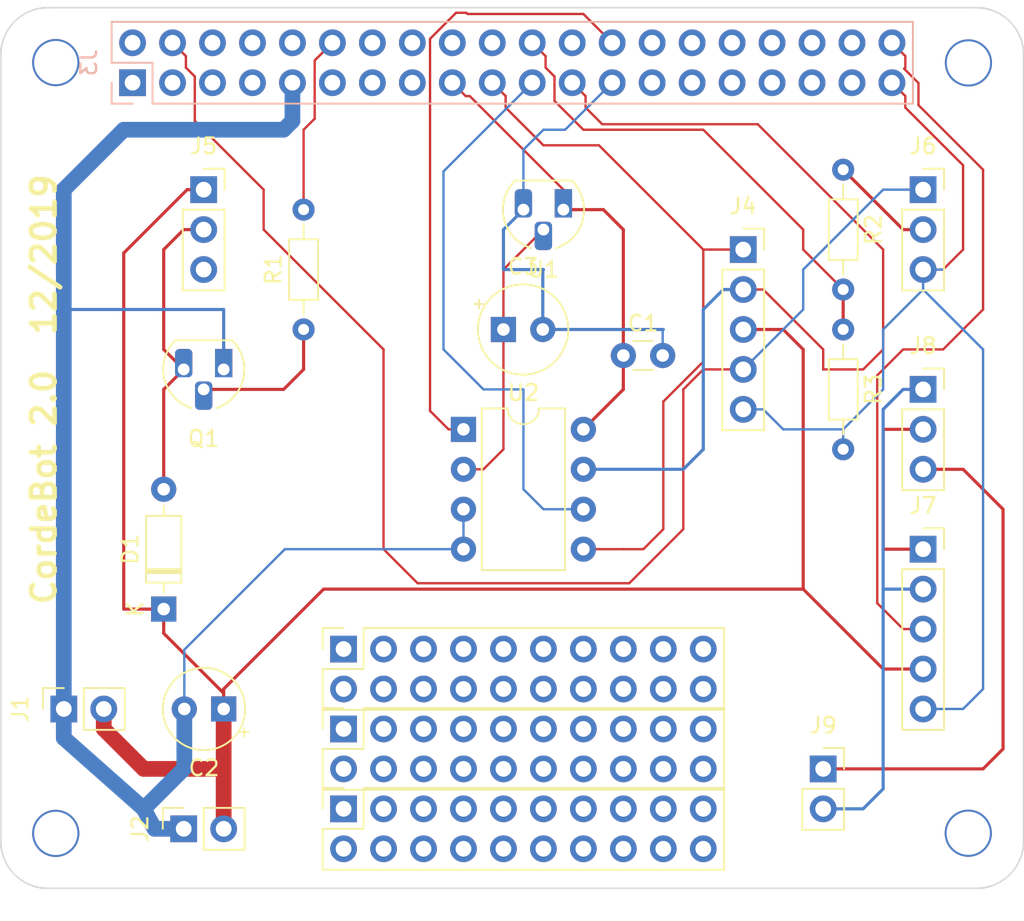
<source format=kicad_pcb>
(kicad_pcb (version 20171130) (host pcbnew "(5.1.5-0-10_14)")

  (general
    (thickness 1.6)
    (drawings 53)
    (tracks 201)
    (zones 0)
    (modules 26)
    (nets 101)
  )

  (page A4)
  (layers
    (0 F.Cu signal)
    (1 In1.Cu signal)
    (2 In2.Cu signal)
    (31 B.Cu signal)
    (32 B.Adhes user)
    (33 F.Adhes user)
    (34 B.Paste user)
    (35 F.Paste user)
    (36 B.SilkS user)
    (37 F.SilkS user)
    (38 B.Mask user)
    (39 F.Mask user)
    (40 Dwgs.User user)
    (41 Cmts.User user)
    (42 Eco1.User user hide)
    (43 Eco2.User user hide)
    (44 Edge.Cuts user)
    (45 Margin user hide)
    (46 B.CrtYd user hide)
    (47 F.CrtYd user hide)
    (48 B.Fab user)
    (49 F.Fab user)
  )

  (setup
    (last_trace_width 0.15)
    (user_trace_width 0.15)
    (user_trace_width 0.2)
    (user_trace_width 0.25)
    (user_trace_width 0.4)
    (user_trace_width 0.5)
    (user_trace_width 0.6)
    (user_trace_width 1)
    (user_trace_width 2)
    (trace_clearance 0.2)
    (zone_clearance 0.2)
    (zone_45_only yes)
    (trace_min 0.15)
    (via_size 0.4)
    (via_drill 0.2)
    (via_min_size 0.4)
    (via_min_drill 0.2)
    (uvia_size 0.3)
    (uvia_drill 0.1)
    (uvias_allowed no)
    (uvia_min_size 0.2)
    (uvia_min_drill 0.1)
    (edge_width 0.15)
    (segment_width 0.15)
    (pcb_text_width 0.3)
    (pcb_text_size 1.5 1.5)
    (mod_edge_width 0.15)
    (mod_text_size 0.6 0.6)
    (mod_text_width 0.09)
    (pad_size 1.524 1.524)
    (pad_drill 0.762)
    (pad_to_mask_clearance 0.1)
    (aux_axis_origin 0 0)
    (visible_elements 7FFFFE3F)
    (pcbplotparams
      (layerselection 0x010e0_fffffff9)
      (usegerberextensions true)
      (usegerberattributes false)
      (usegerberadvancedattributes false)
      (creategerberjobfile false)
      (excludeedgelayer true)
      (linewidth 0.100000)
      (plotframeref false)
      (viasonmask false)
      (mode 1)
      (useauxorigin false)
      (hpglpennumber 1)
      (hpglpenspeed 20)
      (hpglpendiameter 15.000000)
      (psnegative false)
      (psa4output false)
      (plotreference true)
      (plotvalue true)
      (plotinvisibletext false)
      (padsonsilk true)
      (subtractmaskfromsilk false)
      (outputformat 1)
      (mirror false)
      (drillshape 0)
      (scaleselection 1)
      (outputdirectory "prod"))
  )

  (net 0 "")
  (net 1 "Net-(J3-Pad3)")
  (net 2 "Net-(J3-Pad5)")
  (net 3 "Net-(J3-Pad7)")
  (net 4 "Net-(J3-Pad8)")
  (net 5 "Net-(J3-Pad10)")
  (net 6 "Net-(J3-Pad11)")
  (net 7 "Net-(J3-Pad13)")
  (net 8 "Net-(J3-Pad15)")
  (net 9 "Net-(J3-Pad16)")
  (net 10 "Net-(J3-Pad18)")
  (net 11 "Net-(J3-Pad27)")
  (net 12 "Net-(J3-Pad28)")
  (net 13 "Net-(J3-Pad29)")
  (net 14 "Net-(J3-Pad31)")
  (net 15 "Net-(J3-Pad32)")
  (net 16 "Net-(J3-Pad33)")
  (net 17 "Net-(J3-Pad35)")
  (net 18 "Net-(J3-Pad36)")
  (net 19 "Net-(J3-Pad37)")
  (net 20 "Net-(J3-Pad38)")
  (net 21 Vs+5V)
  (net 22 "Net-(D1-Pad2)")
  (net 23 GND)
  (net 24 "Net-(Q1-Pad2)")
  (net 25 RPi+3.3V)
  (net 26 "Net-(C3-Pad1)")
  (net 27 RPi+5V)
  (net 28 PWM0)
  (net 29 SPI_MOSI)
  (net 30 SPI_MISO)
  (net 31 SWITCH_INPUT)
  (net 32 SPI_CLK)
  (net 33 SPI_CS0)
  (net 34 SPI_CS1)
  (net 35 AMP_ENBL)
  (net 36 "Net-(J5-Pad3)")
  (net 37 /Switch_Output)
  (net 38 /Ground)
  (net 39 /Signal)
  (net 40 /Audio)
  (net 41 "Net-(J10-Pad2)")
  (net 42 "Net-(J10-Pad4)")
  (net 43 "Net-(J10-Pad6)")
  (net 44 "Net-(J10-Pad8)")
  (net 45 "Net-(J10-Pad10)")
  (net 46 "Net-(J10-Pad12)")
  (net 47 "Net-(J10-Pad14)")
  (net 48 "Net-(J10-Pad16)")
  (net 49 "Net-(J10-Pad18)")
  (net 50 "Net-(J10-Pad20)")
  (net 51 "Net-(J10-Pad1)")
  (net 52 "Net-(J10-Pad3)")
  (net 53 "Net-(J10-Pad5)")
  (net 54 "Net-(J10-Pad7)")
  (net 55 "Net-(J10-Pad9)")
  (net 56 "Net-(J10-Pad11)")
  (net 57 "Net-(J10-Pad13)")
  (net 58 "Net-(J10-Pad15)")
  (net 59 "Net-(J10-Pad17)")
  (net 60 "Net-(J10-Pad19)")
  (net 61 "Net-(J11-Pad1)")
  (net 62 "Net-(J11-Pad2)")
  (net 63 "Net-(J11-Pad3)")
  (net 64 "Net-(J11-Pad4)")
  (net 65 "Net-(J11-Pad5)")
  (net 66 "Net-(J11-Pad6)")
  (net 67 "Net-(J11-Pad7)")
  (net 68 "Net-(J11-Pad8)")
  (net 69 "Net-(J11-Pad9)")
  (net 70 "Net-(J11-Pad10)")
  (net 71 "Net-(J11-Pad11)")
  (net 72 "Net-(J11-Pad12)")
  (net 73 "Net-(J11-Pad13)")
  (net 74 "Net-(J11-Pad14)")
  (net 75 "Net-(J11-Pad15)")
  (net 76 "Net-(J11-Pad16)")
  (net 77 "Net-(J11-Pad17)")
  (net 78 "Net-(J11-Pad18)")
  (net 79 "Net-(J11-Pad19)")
  (net 80 "Net-(J11-Pad20)")
  (net 81 "Net-(J12-Pad20)")
  (net 82 "Net-(J12-Pad19)")
  (net 83 "Net-(J12-Pad18)")
  (net 84 "Net-(J12-Pad17)")
  (net 85 "Net-(J12-Pad16)")
  (net 86 "Net-(J12-Pad15)")
  (net 87 "Net-(J12-Pad14)")
  (net 88 "Net-(J12-Pad13)")
  (net 89 "Net-(J12-Pad12)")
  (net 90 "Net-(J12-Pad11)")
  (net 91 "Net-(J12-Pad10)")
  (net 92 "Net-(J12-Pad9)")
  (net 93 "Net-(J12-Pad8)")
  (net 94 "Net-(J12-Pad7)")
  (net 95 "Net-(J12-Pad6)")
  (net 96 "Net-(J12-Pad5)")
  (net 97 "Net-(J12-Pad4)")
  (net 98 "Net-(J12-Pad3)")
  (net 99 "Net-(J12-Pad2)")
  (net 100 "Net-(J12-Pad1)")

  (net_class Default "This is the default net class."
    (clearance 0.2)
    (trace_width 0.15)
    (via_dia 0.4)
    (via_drill 0.2)
    (uvia_dia 0.3)
    (uvia_drill 0.1)
    (add_net /Audio)
    (add_net /Ground)
    (add_net /Signal)
    (add_net /Switch_Output)
    (add_net AMP_ENBL)
    (add_net GND)
    (add_net "Net-(C3-Pad1)")
    (add_net "Net-(D1-Pad2)")
    (add_net "Net-(J10-Pad1)")
    (add_net "Net-(J10-Pad10)")
    (add_net "Net-(J10-Pad11)")
    (add_net "Net-(J10-Pad12)")
    (add_net "Net-(J10-Pad13)")
    (add_net "Net-(J10-Pad14)")
    (add_net "Net-(J10-Pad15)")
    (add_net "Net-(J10-Pad16)")
    (add_net "Net-(J10-Pad17)")
    (add_net "Net-(J10-Pad18)")
    (add_net "Net-(J10-Pad19)")
    (add_net "Net-(J10-Pad2)")
    (add_net "Net-(J10-Pad20)")
    (add_net "Net-(J10-Pad3)")
    (add_net "Net-(J10-Pad4)")
    (add_net "Net-(J10-Pad5)")
    (add_net "Net-(J10-Pad6)")
    (add_net "Net-(J10-Pad7)")
    (add_net "Net-(J10-Pad8)")
    (add_net "Net-(J10-Pad9)")
    (add_net "Net-(J11-Pad1)")
    (add_net "Net-(J11-Pad10)")
    (add_net "Net-(J11-Pad11)")
    (add_net "Net-(J11-Pad12)")
    (add_net "Net-(J11-Pad13)")
    (add_net "Net-(J11-Pad14)")
    (add_net "Net-(J11-Pad15)")
    (add_net "Net-(J11-Pad16)")
    (add_net "Net-(J11-Pad17)")
    (add_net "Net-(J11-Pad18)")
    (add_net "Net-(J11-Pad19)")
    (add_net "Net-(J11-Pad2)")
    (add_net "Net-(J11-Pad20)")
    (add_net "Net-(J11-Pad3)")
    (add_net "Net-(J11-Pad4)")
    (add_net "Net-(J11-Pad5)")
    (add_net "Net-(J11-Pad6)")
    (add_net "Net-(J11-Pad7)")
    (add_net "Net-(J11-Pad8)")
    (add_net "Net-(J11-Pad9)")
    (add_net "Net-(J12-Pad1)")
    (add_net "Net-(J12-Pad10)")
    (add_net "Net-(J12-Pad11)")
    (add_net "Net-(J12-Pad12)")
    (add_net "Net-(J12-Pad13)")
    (add_net "Net-(J12-Pad14)")
    (add_net "Net-(J12-Pad15)")
    (add_net "Net-(J12-Pad16)")
    (add_net "Net-(J12-Pad17)")
    (add_net "Net-(J12-Pad18)")
    (add_net "Net-(J12-Pad19)")
    (add_net "Net-(J12-Pad2)")
    (add_net "Net-(J12-Pad20)")
    (add_net "Net-(J12-Pad3)")
    (add_net "Net-(J12-Pad4)")
    (add_net "Net-(J12-Pad5)")
    (add_net "Net-(J12-Pad6)")
    (add_net "Net-(J12-Pad7)")
    (add_net "Net-(J12-Pad8)")
    (add_net "Net-(J12-Pad9)")
    (add_net "Net-(J3-Pad10)")
    (add_net "Net-(J3-Pad11)")
    (add_net "Net-(J3-Pad13)")
    (add_net "Net-(J3-Pad15)")
    (add_net "Net-(J3-Pad16)")
    (add_net "Net-(J3-Pad18)")
    (add_net "Net-(J3-Pad27)")
    (add_net "Net-(J3-Pad28)")
    (add_net "Net-(J3-Pad29)")
    (add_net "Net-(J3-Pad3)")
    (add_net "Net-(J3-Pad31)")
    (add_net "Net-(J3-Pad32)")
    (add_net "Net-(J3-Pad33)")
    (add_net "Net-(J3-Pad35)")
    (add_net "Net-(J3-Pad36)")
    (add_net "Net-(J3-Pad37)")
    (add_net "Net-(J3-Pad38)")
    (add_net "Net-(J3-Pad5)")
    (add_net "Net-(J3-Pad7)")
    (add_net "Net-(J3-Pad8)")
    (add_net "Net-(J5-Pad3)")
    (add_net "Net-(Q1-Pad2)")
    (add_net PWM0)
    (add_net RPi+3.3V)
    (add_net RPi+5V)
    (add_net SPI_CLK)
    (add_net SPI_CS0)
    (add_net SPI_CS1)
    (add_net SPI_MISO)
    (add_net SPI_MOSI)
    (add_net SWITCH_INPUT)
    (add_net Vs+5V)
  )

  (module Connector_PinSocket_2.54mm:PinSocket_2x20_P2.54mm_Vertical locked (layer B.Cu) (tedit 5A19A433) (tstamp 5A78A50E)
    (at 86.92 65.59 270)
    (descr "Through hole straight socket strip, 2x20, 2.54mm pitch, double cols (from Kicad 4.0.7), script generated")
    (tags "Through hole socket strip THT 2x20 2.54mm double row")
    (path /5E08C9EE)
    (fp_text reference J3 (at -1.27 2.77 270) (layer B.SilkS)
      (effects (font (size 1 1) (thickness 0.15)) (justify mirror))
    )
    (fp_text value Raspberry_Pi_2_3 (at -1.27 -51.03 270) (layer B.Fab)
      (effects (font (size 0.6 0.6) (thickness 0.09)) (justify mirror))
    )
    (fp_line (start -3.81 1.27) (end 0.27 1.27) (layer B.Fab) (width 0.1))
    (fp_line (start 0.27 1.27) (end 1.27 0.27) (layer B.Fab) (width 0.1))
    (fp_line (start 1.27 0.27) (end 1.27 -49.53) (layer B.Fab) (width 0.1))
    (fp_line (start 1.27 -49.53) (end -3.81 -49.53) (layer B.Fab) (width 0.1))
    (fp_line (start -3.81 -49.53) (end -3.81 1.27) (layer B.Fab) (width 0.1))
    (fp_line (start -3.87 1.33) (end -1.27 1.33) (layer B.SilkS) (width 0.12))
    (fp_line (start -3.87 1.33) (end -3.87 -49.59) (layer B.SilkS) (width 0.12))
    (fp_line (start -3.87 -49.59) (end 1.33 -49.59) (layer B.SilkS) (width 0.12))
    (fp_line (start 1.33 -1.27) (end 1.33 -49.59) (layer B.SilkS) (width 0.12))
    (fp_line (start -1.27 -1.27) (end 1.33 -1.27) (layer B.SilkS) (width 0.12))
    (fp_line (start -1.27 1.33) (end -1.27 -1.27) (layer B.SilkS) (width 0.12))
    (fp_line (start 1.33 1.33) (end 1.33 0) (layer B.SilkS) (width 0.12))
    (fp_line (start 0 1.33) (end 1.33 1.33) (layer B.SilkS) (width 0.12))
    (fp_line (start -4.34 1.8) (end 1.76 1.8) (layer B.CrtYd) (width 0.05))
    (fp_line (start 1.76 1.8) (end 1.76 -50) (layer B.CrtYd) (width 0.05))
    (fp_line (start 1.76 -50) (end -4.34 -50) (layer B.CrtYd) (width 0.05))
    (fp_line (start -4.34 -50) (end -4.34 1.8) (layer B.CrtYd) (width 0.05))
    (fp_text user %R (at -1.27 -24.13 180) (layer B.Fab)
      (effects (font (size 1 1) (thickness 0.15)) (justify mirror))
    )
    (pad 1 thru_hole rect (at 0 0 270) (size 1.7 1.7) (drill 1) (layers *.Cu *.Mask)
      (net 25 RPi+3.3V))
    (pad 2 thru_hole oval (at -2.54 0 270) (size 1.7 1.7) (drill 1) (layers *.Cu *.Mask)
      (net 27 RPi+5V))
    (pad 3 thru_hole oval (at 0 -2.54 270) (size 1.7 1.7) (drill 1) (layers *.Cu *.Mask)
      (net 1 "Net-(J3-Pad3)"))
    (pad 4 thru_hole oval (at -2.54 -2.54 270) (size 1.7 1.7) (drill 1) (layers *.Cu *.Mask)
      (net 27 RPi+5V))
    (pad 5 thru_hole oval (at 0 -5.08 270) (size 1.7 1.7) (drill 1) (layers *.Cu *.Mask)
      (net 2 "Net-(J3-Pad5)"))
    (pad 6 thru_hole oval (at -2.54 -5.08 270) (size 1.7 1.7) (drill 1) (layers *.Cu *.Mask)
      (net 23 GND))
    (pad 7 thru_hole oval (at 0 -7.62 270) (size 1.7 1.7) (drill 1) (layers *.Cu *.Mask)
      (net 3 "Net-(J3-Pad7)"))
    (pad 8 thru_hole oval (at -2.54 -7.62 270) (size 1.7 1.7) (drill 1) (layers *.Cu *.Mask)
      (net 4 "Net-(J3-Pad8)"))
    (pad 9 thru_hole oval (at 0 -10.16 270) (size 1.7 1.7) (drill 1) (layers *.Cu *.Mask)
      (net 23 GND))
    (pad 10 thru_hole oval (at -2.54 -10.16 270) (size 1.7 1.7) (drill 1) (layers *.Cu *.Mask)
      (net 5 "Net-(J3-Pad10)"))
    (pad 11 thru_hole oval (at 0 -12.7 270) (size 1.7 1.7) (drill 1) (layers *.Cu *.Mask)
      (net 6 "Net-(J3-Pad11)"))
    (pad 12 thru_hole oval (at -2.54 -12.7 270) (size 1.7 1.7) (drill 1) (layers *.Cu *.Mask)
      (net 28 PWM0))
    (pad 13 thru_hole oval (at 0 -15.24 270) (size 1.7 1.7) (drill 1) (layers *.Cu *.Mask)
      (net 7 "Net-(J3-Pad13)"))
    (pad 14 thru_hole oval (at -2.54 -15.24 270) (size 1.7 1.7) (drill 1) (layers *.Cu *.Mask)
      (net 23 GND))
    (pad 15 thru_hole oval (at 0 -17.78 270) (size 1.7 1.7) (drill 1) (layers *.Cu *.Mask)
      (net 8 "Net-(J3-Pad15)"))
    (pad 16 thru_hole oval (at -2.54 -17.78 270) (size 1.7 1.7) (drill 1) (layers *.Cu *.Mask)
      (net 9 "Net-(J3-Pad16)"))
    (pad 17 thru_hole oval (at 0 -20.32 270) (size 1.7 1.7) (drill 1) (layers *.Cu *.Mask)
      (net 25 RPi+3.3V))
    (pad 18 thru_hole oval (at -2.54 -20.32 270) (size 1.7 1.7) (drill 1) (layers *.Cu *.Mask)
      (net 10 "Net-(J3-Pad18)"))
    (pad 19 thru_hole oval (at 0 -22.86 270) (size 1.7 1.7) (drill 1) (layers *.Cu *.Mask)
      (net 29 SPI_MOSI))
    (pad 20 thru_hole oval (at -2.54 -22.86 270) (size 1.7 1.7) (drill 1) (layers *.Cu *.Mask)
      (net 23 GND))
    (pad 21 thru_hole oval (at 0 -25.4 270) (size 1.7 1.7) (drill 1) (layers *.Cu *.Mask)
      (net 30 SPI_MISO))
    (pad 22 thru_hole oval (at -2.54 -25.4 270) (size 1.7 1.7) (drill 1) (layers *.Cu *.Mask)
      (net 31 SWITCH_INPUT))
    (pad 23 thru_hole oval (at 0 -27.94 270) (size 1.7 1.7) (drill 1) (layers *.Cu *.Mask)
      (net 32 SPI_CLK))
    (pad 24 thru_hole oval (at -2.54 -27.94 270) (size 1.7 1.7) (drill 1) (layers *.Cu *.Mask)
      (net 33 SPI_CS0))
    (pad 25 thru_hole oval (at 0 -30.48 270) (size 1.7 1.7) (drill 1) (layers *.Cu *.Mask)
      (net 23 GND))
    (pad 26 thru_hole oval (at -2.54 -30.48 270) (size 1.7 1.7) (drill 1) (layers *.Cu *.Mask)
      (net 34 SPI_CS1))
    (pad 27 thru_hole oval (at 0 -33.02 270) (size 1.7 1.7) (drill 1) (layers *.Cu *.Mask)
      (net 11 "Net-(J3-Pad27)"))
    (pad 28 thru_hole oval (at -2.54 -33.02 270) (size 1.7 1.7) (drill 1) (layers *.Cu *.Mask)
      (net 12 "Net-(J3-Pad28)"))
    (pad 29 thru_hole oval (at 0 -35.56 270) (size 1.7 1.7) (drill 1) (layers *.Cu *.Mask)
      (net 13 "Net-(J3-Pad29)"))
    (pad 30 thru_hole oval (at -2.54 -35.56 270) (size 1.7 1.7) (drill 1) (layers *.Cu *.Mask)
      (net 23 GND))
    (pad 31 thru_hole oval (at 0 -38.1 270) (size 1.7 1.7) (drill 1) (layers *.Cu *.Mask)
      (net 14 "Net-(J3-Pad31)"))
    (pad 32 thru_hole oval (at -2.54 -38.1 270) (size 1.7 1.7) (drill 1) (layers *.Cu *.Mask)
      (net 15 "Net-(J3-Pad32)"))
    (pad 33 thru_hole oval (at 0 -40.64 270) (size 1.7 1.7) (drill 1) (layers *.Cu *.Mask)
      (net 16 "Net-(J3-Pad33)"))
    (pad 34 thru_hole oval (at -2.54 -40.64 270) (size 1.7 1.7) (drill 1) (layers *.Cu *.Mask)
      (net 23 GND))
    (pad 35 thru_hole oval (at 0 -43.18 270) (size 1.7 1.7) (drill 1) (layers *.Cu *.Mask)
      (net 17 "Net-(J3-Pad35)"))
    (pad 36 thru_hole oval (at -2.54 -43.18 270) (size 1.7 1.7) (drill 1) (layers *.Cu *.Mask)
      (net 18 "Net-(J3-Pad36)"))
    (pad 37 thru_hole oval (at 0 -45.72 270) (size 1.7 1.7) (drill 1) (layers *.Cu *.Mask)
      (net 19 "Net-(J3-Pad37)"))
    (pad 38 thru_hole oval (at -2.54 -45.72 270) (size 1.7 1.7) (drill 1) (layers *.Cu *.Mask)
      (net 20 "Net-(J3-Pad38)"))
    (pad 39 thru_hole oval (at 0 -48.26 270) (size 1.7 1.7) (drill 1) (layers *.Cu *.Mask)
      (net 23 GND))
    (pad 40 thru_hole oval (at -2.54 -48.26 270) (size 1.7 1.7) (drill 1) (layers *.Cu *.Mask)
      (net 35 AMP_ENBL))
    (model ${KISYS3DMOD}/Connector_PinSocket_2.54mm.3dshapes/PinSocket_2x20_P2.54mm_Vertical.wrl
      (at (xyz 0 0 0))
      (scale (xyz 1 1 1))
      (rotate (xyz 0 0 0))
    )
  )

  (module project_footprints:NPTH_3mm_ID locked (layer F.Cu) (tedit 5A6D0885) (tstamp 58E3B082)
    (at 82.04 64.31)
    (path /5834BC4A)
    (fp_text reference H1 (at 0.06 0.09) (layer F.SilkS)
      (effects (font (size 1 1) (thickness 0.15)))
    )
    (fp_text value 3mm_Mounting_Hole (at 0 -2.7) (layer F.Fab) hide
      (effects (font (size 0.6 0.6) (thickness 0.09)))
    )
    (pad "" np_thru_hole circle (at 0 0) (size 3 3) (drill 2.75) (layers *.Cu *.Mask)
      (clearance 1.6))
  )

  (module project_footprints:NPTH_3mm_ID locked (layer F.Cu) (tedit 5A6D088A) (tstamp 58E3B086)
    (at 140.04 64.33)
    (path /5834BCDF)
    (fp_text reference H3 (at 0.06 0.09) (layer F.SilkS)
      (effects (font (size 1 1) (thickness 0.15)))
    )
    (fp_text value 3mm_Mounting_Hole (at 0 -2.7) (layer F.Fab) hide
      (effects (font (size 0.6 0.6) (thickness 0.09)))
    )
    (pad "" np_thru_hole circle (at 0 0) (size 3 3) (drill 2.75) (layers *.Cu *.Mask)
      (clearance 1.6))
  )

  (module project_footprints:NPTH_3mm_ID locked (layer F.Cu) (tedit 5A6D0898) (tstamp 58E3B08A)
    (at 82.04 113.32)
    (path /5834BD62)
    (fp_text reference H2 (at 0.06 0.09) (layer F.SilkS)
      (effects (font (size 1 1) (thickness 0.15)))
    )
    (fp_text value 3mm_Mounting_Hole (at 0 -2.7) (layer F.Fab) hide
      (effects (font (size 0.6 0.6) (thickness 0.09)))
    )
    (pad "" np_thru_hole circle (at 0 0) (size 3 3) (drill 2.75) (layers *.Cu *.Mask)
      (clearance 1.6))
  )

  (module project_footprints:NPTH_3mm_ID locked (layer F.Cu) (tedit 5A6D0891) (tstamp 58E3B08E)
    (at 140.03 113.31)
    (path /5834BDED)
    (fp_text reference H4 (at 0.06 0.09) (layer F.SilkS)
      (effects (font (size 1 1) (thickness 0.15)))
    )
    (fp_text value 3mm_Mounting_Hole (at 0 -2.7) (layer F.Fab) hide
      (effects (font (size 0.6 0.6) (thickness 0.09)))
    )
    (pad "" np_thru_hole circle (at 0 0) (size 3 3) (drill 2.75) (layers *.Cu *.Mask)
      (clearance 1.6))
  )

  (module Diode_THT:D_DO-35_SOD27_P7.62mm_Horizontal (layer F.Cu) (tedit 5AE50CD5) (tstamp 5DFBFA04)
    (at 88.9 99.06 90)
    (descr "Diode, DO-35_SOD27 series, Axial, Horizontal, pin pitch=7.62mm, , length*diameter=4*2mm^2, , http://www.diodes.com/_files/packages/DO-35.pdf")
    (tags "Diode DO-35_SOD27 series Axial Horizontal pin pitch 7.62mm  length 4mm diameter 2mm")
    (path /5E05F788)
    (fp_text reference D1 (at 3.81 -2.12 90) (layer F.SilkS)
      (effects (font (size 1 1) (thickness 0.15)))
    )
    (fp_text value HEP170 (at 3.81 2.12 90) (layer F.Fab)
      (effects (font (size 1 1) (thickness 0.15)))
    )
    (fp_line (start 1.81 -1) (end 1.81 1) (layer F.Fab) (width 0.1))
    (fp_line (start 1.81 1) (end 5.81 1) (layer F.Fab) (width 0.1))
    (fp_line (start 5.81 1) (end 5.81 -1) (layer F.Fab) (width 0.1))
    (fp_line (start 5.81 -1) (end 1.81 -1) (layer F.Fab) (width 0.1))
    (fp_line (start 0 0) (end 1.81 0) (layer F.Fab) (width 0.1))
    (fp_line (start 7.62 0) (end 5.81 0) (layer F.Fab) (width 0.1))
    (fp_line (start 2.41 -1) (end 2.41 1) (layer F.Fab) (width 0.1))
    (fp_line (start 2.51 -1) (end 2.51 1) (layer F.Fab) (width 0.1))
    (fp_line (start 2.31 -1) (end 2.31 1) (layer F.Fab) (width 0.1))
    (fp_line (start 1.69 -1.12) (end 1.69 1.12) (layer F.SilkS) (width 0.12))
    (fp_line (start 1.69 1.12) (end 5.93 1.12) (layer F.SilkS) (width 0.12))
    (fp_line (start 5.93 1.12) (end 5.93 -1.12) (layer F.SilkS) (width 0.12))
    (fp_line (start 5.93 -1.12) (end 1.69 -1.12) (layer F.SilkS) (width 0.12))
    (fp_line (start 1.04 0) (end 1.69 0) (layer F.SilkS) (width 0.12))
    (fp_line (start 6.58 0) (end 5.93 0) (layer F.SilkS) (width 0.12))
    (fp_line (start 2.41 -1.12) (end 2.41 1.12) (layer F.SilkS) (width 0.12))
    (fp_line (start 2.53 -1.12) (end 2.53 1.12) (layer F.SilkS) (width 0.12))
    (fp_line (start 2.29 -1.12) (end 2.29 1.12) (layer F.SilkS) (width 0.12))
    (fp_line (start -1.05 -1.25) (end -1.05 1.25) (layer F.CrtYd) (width 0.05))
    (fp_line (start -1.05 1.25) (end 8.67 1.25) (layer F.CrtYd) (width 0.05))
    (fp_line (start 8.67 1.25) (end 8.67 -1.25) (layer F.CrtYd) (width 0.05))
    (fp_line (start 8.67 -1.25) (end -1.05 -1.25) (layer F.CrtYd) (width 0.05))
    (fp_text user %R (at 4.11 0 90) (layer F.Fab)
      (effects (font (size 0.8 0.8) (thickness 0.12)))
    )
    (fp_text user K (at 0 -1.8 90) (layer F.Fab)
      (effects (font (size 1 1) (thickness 0.15)))
    )
    (fp_text user K (at 0 -1.8 90) (layer F.SilkS)
      (effects (font (size 1 1) (thickness 0.15)))
    )
    (pad 1 thru_hole rect (at 0 0 90) (size 1.6 1.6) (drill 0.8) (layers *.Cu *.Mask)
      (net 21 Vs+5V))
    (pad 2 thru_hole oval (at 7.62 0 90) (size 1.6 1.6) (drill 0.8) (layers *.Cu *.Mask)
      (net 22 "Net-(D1-Pad2)"))
    (model ${KISYS3DMOD}/Diode_THT.3dshapes/D_DO-35_SOD27_P7.62mm_Horizontal.wrl
      (at (xyz 0 0 0))
      (scale (xyz 1 1 1))
      (rotate (xyz 0 0 0))
    )
  )

  (module Connector_PinSocket_2.54mm:PinSocket_1x02_P2.54mm_Vertical (layer F.Cu) (tedit 5A19A420) (tstamp 5DFCE110)
    (at 82.55 105.41 90)
    (descr "Through hole straight socket strip, 1x02, 2.54mm pitch, single row (from Kicad 4.0.7), script generated")
    (tags "Through hole socket strip THT 1x02 2.54mm single row")
    (path /5DF96DA1)
    (fp_text reference J1 (at 0 -2.77 90) (layer F.SilkS)
      (effects (font (size 1 1) (thickness 0.15)))
    )
    (fp_text value "+5V Power" (at 0 5.31 90) (layer F.Fab)
      (effects (font (size 1 1) (thickness 0.15)))
    )
    (fp_line (start -1.27 -1.27) (end 0.635 -1.27) (layer F.Fab) (width 0.1))
    (fp_line (start 0.635 -1.27) (end 1.27 -0.635) (layer F.Fab) (width 0.1))
    (fp_line (start 1.27 -0.635) (end 1.27 3.81) (layer F.Fab) (width 0.1))
    (fp_line (start 1.27 3.81) (end -1.27 3.81) (layer F.Fab) (width 0.1))
    (fp_line (start -1.27 3.81) (end -1.27 -1.27) (layer F.Fab) (width 0.1))
    (fp_line (start -1.33 1.27) (end 1.33 1.27) (layer F.SilkS) (width 0.12))
    (fp_line (start -1.33 1.27) (end -1.33 3.87) (layer F.SilkS) (width 0.12))
    (fp_line (start -1.33 3.87) (end 1.33 3.87) (layer F.SilkS) (width 0.12))
    (fp_line (start 1.33 1.27) (end 1.33 3.87) (layer F.SilkS) (width 0.12))
    (fp_line (start 1.33 -1.33) (end 1.33 0) (layer F.SilkS) (width 0.12))
    (fp_line (start 0 -1.33) (end 1.33 -1.33) (layer F.SilkS) (width 0.12))
    (fp_line (start -1.8 -1.8) (end 1.75 -1.8) (layer F.CrtYd) (width 0.05))
    (fp_line (start 1.75 -1.8) (end 1.75 4.3) (layer F.CrtYd) (width 0.05))
    (fp_line (start 1.75 4.3) (end -1.8 4.3) (layer F.CrtYd) (width 0.05))
    (fp_line (start -1.8 4.3) (end -1.8 -1.8) (layer F.CrtYd) (width 0.05))
    (fp_text user %R (at 0 1.27) (layer F.Fab)
      (effects (font (size 1 1) (thickness 0.15)))
    )
    (pad 1 thru_hole rect (at 0 0 90) (size 1.7 1.7) (drill 1) (layers *.Cu *.Mask)
      (net 23 GND))
    (pad 2 thru_hole oval (at 0 2.54 90) (size 1.7 1.7) (drill 1) (layers *.Cu *.Mask)
      (net 21 Vs+5V))
    (model ${KISYS3DMOD}/Connector_PinSocket_2.54mm.3dshapes/PinSocket_1x02_P2.54mm_Vertical.wrl
      (at (xyz 0 0 0))
      (scale (xyz 1 1 1))
      (rotate (xyz 0 0 0))
    )
  )

  (module Connector_PinSocket_2.54mm:PinSocket_1x02_P2.54mm_Vertical (layer F.Cu) (tedit 5A19A420) (tstamp 5DFCE126)
    (at 90.17 113.03 90)
    (descr "Through hole straight socket strip, 1x02, 2.54mm pitch, single row (from Kicad 4.0.7), script generated")
    (tags "Through hole socket strip THT 1x02 2.54mm single row")
    (path /5DF97861)
    (fp_text reference J2 (at 0 -2.77 90) (layer F.SilkS)
      (effects (font (size 1 1) (thickness 0.15)))
    )
    (fp_text value "+5V RPi Power" (at 0 5.31 90) (layer F.Fab)
      (effects (font (size 1 1) (thickness 0.15)))
    )
    (fp_text user %R (at 0 1.27) (layer F.Fab)
      (effects (font (size 1 1) (thickness 0.15)))
    )
    (fp_line (start -1.8 4.3) (end -1.8 -1.8) (layer F.CrtYd) (width 0.05))
    (fp_line (start 1.75 4.3) (end -1.8 4.3) (layer F.CrtYd) (width 0.05))
    (fp_line (start 1.75 -1.8) (end 1.75 4.3) (layer F.CrtYd) (width 0.05))
    (fp_line (start -1.8 -1.8) (end 1.75 -1.8) (layer F.CrtYd) (width 0.05))
    (fp_line (start 0 -1.33) (end 1.33 -1.33) (layer F.SilkS) (width 0.12))
    (fp_line (start 1.33 -1.33) (end 1.33 0) (layer F.SilkS) (width 0.12))
    (fp_line (start 1.33 1.27) (end 1.33 3.87) (layer F.SilkS) (width 0.12))
    (fp_line (start -1.33 3.87) (end 1.33 3.87) (layer F.SilkS) (width 0.12))
    (fp_line (start -1.33 1.27) (end -1.33 3.87) (layer F.SilkS) (width 0.12))
    (fp_line (start -1.33 1.27) (end 1.33 1.27) (layer F.SilkS) (width 0.12))
    (fp_line (start -1.27 3.81) (end -1.27 -1.27) (layer F.Fab) (width 0.1))
    (fp_line (start 1.27 3.81) (end -1.27 3.81) (layer F.Fab) (width 0.1))
    (fp_line (start 1.27 -0.635) (end 1.27 3.81) (layer F.Fab) (width 0.1))
    (fp_line (start 0.635 -1.27) (end 1.27 -0.635) (layer F.Fab) (width 0.1))
    (fp_line (start -1.27 -1.27) (end 0.635 -1.27) (layer F.Fab) (width 0.1))
    (pad 2 thru_hole oval (at 0 2.54 90) (size 1.7 1.7) (drill 1) (layers *.Cu *.Mask)
      (net 21 Vs+5V))
    (pad 1 thru_hole rect (at 0 0 90) (size 1.7 1.7) (drill 1) (layers *.Cu *.Mask)
      (net 23 GND))
    (model ${KISYS3DMOD}/Connector_PinSocket_2.54mm.3dshapes/PinSocket_1x02_P2.54mm_Vertical.wrl
      (at (xyz 0 0 0))
      (scale (xyz 1 1 1))
      (rotate (xyz 0 0 0))
    )
  )

  (module Connector_PinSocket_2.54mm:PinSocket_1x05_P2.54mm_Vertical (layer F.Cu) (tedit 5A19A420) (tstamp 5DFCE17D)
    (at 125.73 76.2)
    (descr "Through hole straight socket strip, 1x05, 2.54mm pitch, single row (from Kicad 4.0.7), script generated")
    (tags "Through hole socket strip THT 1x05 2.54mm single row")
    (path /5E02F2B8)
    (fp_text reference J4 (at 0 -2.77) (layer F.SilkS)
      (effects (font (size 1 1) (thickness 0.15)))
    )
    (fp_text value Lights (at 0 12.93) (layer F.Fab)
      (effects (font (size 1 1) (thickness 0.15)))
    )
    (fp_line (start -1.27 -1.27) (end 0.635 -1.27) (layer F.Fab) (width 0.1))
    (fp_line (start 0.635 -1.27) (end 1.27 -0.635) (layer F.Fab) (width 0.1))
    (fp_line (start 1.27 -0.635) (end 1.27 11.43) (layer F.Fab) (width 0.1))
    (fp_line (start 1.27 11.43) (end -1.27 11.43) (layer F.Fab) (width 0.1))
    (fp_line (start -1.27 11.43) (end -1.27 -1.27) (layer F.Fab) (width 0.1))
    (fp_line (start -1.33 1.27) (end 1.33 1.27) (layer F.SilkS) (width 0.12))
    (fp_line (start -1.33 1.27) (end -1.33 11.49) (layer F.SilkS) (width 0.12))
    (fp_line (start -1.33 11.49) (end 1.33 11.49) (layer F.SilkS) (width 0.12))
    (fp_line (start 1.33 1.27) (end 1.33 11.49) (layer F.SilkS) (width 0.12))
    (fp_line (start 1.33 -1.33) (end 1.33 0) (layer F.SilkS) (width 0.12))
    (fp_line (start 0 -1.33) (end 1.33 -1.33) (layer F.SilkS) (width 0.12))
    (fp_line (start -1.8 -1.8) (end 1.75 -1.8) (layer F.CrtYd) (width 0.05))
    (fp_line (start 1.75 -1.8) (end 1.75 11.9) (layer F.CrtYd) (width 0.05))
    (fp_line (start 1.75 11.9) (end -1.8 11.9) (layer F.CrtYd) (width 0.05))
    (fp_line (start -1.8 11.9) (end -1.8 -1.8) (layer F.CrtYd) (width 0.05))
    (fp_text user %R (at 0 5.08 90) (layer F.Fab)
      (effects (font (size 1 1) (thickness 0.15)))
    )
    (pad 1 thru_hole rect (at 0 0) (size 1.7 1.7) (drill 1) (layers *.Cu *.Mask)
      (net 29 SPI_MOSI))
    (pad 2 thru_hole oval (at 0 2.54) (size 1.7 1.7) (drill 1) (layers *.Cu *.Mask)
      (net 32 SPI_CLK))
    (pad 3 thru_hole oval (at 0 5.08) (size 1.7 1.7) (drill 1) (layers *.Cu *.Mask)
      (net 21 Vs+5V))
    (pad 4 thru_hole oval (at 0 7.62) (size 1.7 1.7) (drill 1) (layers *.Cu *.Mask)
      (net 27 RPi+5V))
    (pad 5 thru_hole oval (at 0 10.16) (size 1.7 1.7) (drill 1) (layers *.Cu *.Mask)
      (net 23 GND))
    (model ${KISYS3DMOD}/Connector_PinSocket_2.54mm.3dshapes/PinSocket_1x05_P2.54mm_Vertical.wrl
      (at (xyz 0 0 0))
      (scale (xyz 1 1 1))
      (rotate (xyz 0 0 0))
    )
  )

  (module Connector_PinSocket_2.54mm:PinSocket_1x03_P2.54mm_Vertical (layer F.Cu) (tedit 5A19A429) (tstamp 5DFCE194)
    (at 91.44 72.39)
    (descr "Through hole straight socket strip, 1x03, 2.54mm pitch, single row (from Kicad 4.0.7), script generated")
    (tags "Through hole socket strip THT 1x03 2.54mm single row")
    (path /5E040113)
    (fp_text reference J5 (at 0 -2.77) (layer F.SilkS)
      (effects (font (size 1 1) (thickness 0.15)))
    )
    (fp_text value Fan (at 0 7.85) (layer F.Fab)
      (effects (font (size 1 1) (thickness 0.15)))
    )
    (fp_line (start -1.27 -1.27) (end 0.635 -1.27) (layer F.Fab) (width 0.1))
    (fp_line (start 0.635 -1.27) (end 1.27 -0.635) (layer F.Fab) (width 0.1))
    (fp_line (start 1.27 -0.635) (end 1.27 6.35) (layer F.Fab) (width 0.1))
    (fp_line (start 1.27 6.35) (end -1.27 6.35) (layer F.Fab) (width 0.1))
    (fp_line (start -1.27 6.35) (end -1.27 -1.27) (layer F.Fab) (width 0.1))
    (fp_line (start -1.33 1.27) (end 1.33 1.27) (layer F.SilkS) (width 0.12))
    (fp_line (start -1.33 1.27) (end -1.33 6.41) (layer F.SilkS) (width 0.12))
    (fp_line (start -1.33 6.41) (end 1.33 6.41) (layer F.SilkS) (width 0.12))
    (fp_line (start 1.33 1.27) (end 1.33 6.41) (layer F.SilkS) (width 0.12))
    (fp_line (start 1.33 -1.33) (end 1.33 0) (layer F.SilkS) (width 0.12))
    (fp_line (start 0 -1.33) (end 1.33 -1.33) (layer F.SilkS) (width 0.12))
    (fp_line (start -1.8 -1.8) (end 1.75 -1.8) (layer F.CrtYd) (width 0.05))
    (fp_line (start 1.75 -1.8) (end 1.75 6.85) (layer F.CrtYd) (width 0.05))
    (fp_line (start 1.75 6.85) (end -1.8 6.85) (layer F.CrtYd) (width 0.05))
    (fp_line (start -1.8 6.85) (end -1.8 -1.8) (layer F.CrtYd) (width 0.05))
    (fp_text user %R (at 0 2.54 90) (layer F.Fab)
      (effects (font (size 1 1) (thickness 0.15)))
    )
    (pad 1 thru_hole rect (at 0 0) (size 1.7 1.7) (drill 1) (layers *.Cu *.Mask)
      (net 21 Vs+5V))
    (pad 2 thru_hole oval (at 0 2.54) (size 1.7 1.7) (drill 1) (layers *.Cu *.Mask)
      (net 22 "Net-(D1-Pad2)"))
    (pad 3 thru_hole oval (at 0 5.08) (size 1.7 1.7) (drill 1) (layers *.Cu *.Mask)
      (net 36 "Net-(J5-Pad3)"))
    (model ${KISYS3DMOD}/Connector_PinSocket_2.54mm.3dshapes/PinSocket_1x03_P2.54mm_Vertical.wrl
      (at (xyz 0 0 0))
      (scale (xyz 1 1 1))
      (rotate (xyz 0 0 0))
    )
  )

  (module Connector_PinSocket_2.54mm:PinSocket_1x03_P2.54mm_Vertical (layer F.Cu) (tedit 5A19A429) (tstamp 5DFCE1AB)
    (at 137.16 72.39)
    (descr "Through hole straight socket strip, 1x03, 2.54mm pitch, single row (from Kicad 4.0.7), script generated")
    (tags "Through hole socket strip THT 1x03 2.54mm single row")
    (path /5E041DB6)
    (fp_text reference J6 (at 0 -2.77) (layer F.SilkS)
      (effects (font (size 1 1) (thickness 0.15)))
    )
    (fp_text value Switch (at 0 7.85) (layer F.Fab)
      (effects (font (size 1 1) (thickness 0.15)))
    )
    (fp_text user %R (at 0 2.54 90) (layer F.Fab)
      (effects (font (size 1 1) (thickness 0.15)))
    )
    (fp_line (start -1.8 6.85) (end -1.8 -1.8) (layer F.CrtYd) (width 0.05))
    (fp_line (start 1.75 6.85) (end -1.8 6.85) (layer F.CrtYd) (width 0.05))
    (fp_line (start 1.75 -1.8) (end 1.75 6.85) (layer F.CrtYd) (width 0.05))
    (fp_line (start -1.8 -1.8) (end 1.75 -1.8) (layer F.CrtYd) (width 0.05))
    (fp_line (start 0 -1.33) (end 1.33 -1.33) (layer F.SilkS) (width 0.12))
    (fp_line (start 1.33 -1.33) (end 1.33 0) (layer F.SilkS) (width 0.12))
    (fp_line (start 1.33 1.27) (end 1.33 6.41) (layer F.SilkS) (width 0.12))
    (fp_line (start -1.33 6.41) (end 1.33 6.41) (layer F.SilkS) (width 0.12))
    (fp_line (start -1.33 1.27) (end -1.33 6.41) (layer F.SilkS) (width 0.12))
    (fp_line (start -1.33 1.27) (end 1.33 1.27) (layer F.SilkS) (width 0.12))
    (fp_line (start -1.27 6.35) (end -1.27 -1.27) (layer F.Fab) (width 0.1))
    (fp_line (start 1.27 6.35) (end -1.27 6.35) (layer F.Fab) (width 0.1))
    (fp_line (start 1.27 -0.635) (end 1.27 6.35) (layer F.Fab) (width 0.1))
    (fp_line (start 0.635 -1.27) (end 1.27 -0.635) (layer F.Fab) (width 0.1))
    (fp_line (start -1.27 -1.27) (end 0.635 -1.27) (layer F.Fab) (width 0.1))
    (pad 3 thru_hole oval (at 0 5.08) (size 1.7 1.7) (drill 1) (layers *.Cu *.Mask)
      (net 23 GND))
    (pad 2 thru_hole oval (at 0 2.54) (size 1.7 1.7) (drill 1) (layers *.Cu *.Mask)
      (net 37 /Switch_Output))
    (pad 1 thru_hole rect (at 0 0) (size 1.7 1.7) (drill 1) (layers *.Cu *.Mask)
      (net 27 RPi+5V))
    (model ${KISYS3DMOD}/Connector_PinSocket_2.54mm.3dshapes/PinSocket_1x03_P2.54mm_Vertical.wrl
      (at (xyz 0 0 0))
      (scale (xyz 1 1 1))
      (rotate (xyz 0 0 0))
    )
  )

  (module Connector_PinSocket_2.54mm:PinSocket_1x05_P2.54mm_Vertical (layer F.Cu) (tedit 5A19A420) (tstamp 5DFCE1C4)
    (at 137.16 95.25)
    (descr "Through hole straight socket strip, 1x05, 2.54mm pitch, single row (from Kicad 4.0.7), script generated")
    (tags "Through hole socket strip THT 1x05 2.54mm single row")
    (path /5E048BAB)
    (fp_text reference J7 (at 0 -2.77) (layer F.SilkS)
      (effects (font (size 1 1) (thickness 0.15)))
    )
    (fp_text value Amplifier (at 0 12.93) (layer F.Fab)
      (effects (font (size 1 1) (thickness 0.15)))
    )
    (fp_text user %R (at 0 5.08 90) (layer F.Fab)
      (effects (font (size 1 1) (thickness 0.15)))
    )
    (fp_line (start -1.8 11.9) (end -1.8 -1.8) (layer F.CrtYd) (width 0.05))
    (fp_line (start 1.75 11.9) (end -1.8 11.9) (layer F.CrtYd) (width 0.05))
    (fp_line (start 1.75 -1.8) (end 1.75 11.9) (layer F.CrtYd) (width 0.05))
    (fp_line (start -1.8 -1.8) (end 1.75 -1.8) (layer F.CrtYd) (width 0.05))
    (fp_line (start 0 -1.33) (end 1.33 -1.33) (layer F.SilkS) (width 0.12))
    (fp_line (start 1.33 -1.33) (end 1.33 0) (layer F.SilkS) (width 0.12))
    (fp_line (start 1.33 1.27) (end 1.33 11.49) (layer F.SilkS) (width 0.12))
    (fp_line (start -1.33 11.49) (end 1.33 11.49) (layer F.SilkS) (width 0.12))
    (fp_line (start -1.33 1.27) (end -1.33 11.49) (layer F.SilkS) (width 0.12))
    (fp_line (start -1.33 1.27) (end 1.33 1.27) (layer F.SilkS) (width 0.12))
    (fp_line (start -1.27 11.43) (end -1.27 -1.27) (layer F.Fab) (width 0.1))
    (fp_line (start 1.27 11.43) (end -1.27 11.43) (layer F.Fab) (width 0.1))
    (fp_line (start 1.27 -0.635) (end 1.27 11.43) (layer F.Fab) (width 0.1))
    (fp_line (start 0.635 -1.27) (end 1.27 -0.635) (layer F.Fab) (width 0.1))
    (fp_line (start -1.27 -1.27) (end 0.635 -1.27) (layer F.Fab) (width 0.1))
    (pad 5 thru_hole oval (at 0 10.16) (size 1.7 1.7) (drill 1) (layers *.Cu *.Mask)
      (net 23 GND))
    (pad 4 thru_hole oval (at 0 7.62) (size 1.7 1.7) (drill 1) (layers *.Cu *.Mask)
      (net 21 Vs+5V))
    (pad 3 thru_hole oval (at 0 5.08) (size 1.7 1.7) (drill 1) (layers *.Cu *.Mask)
      (net 35 AMP_ENBL))
    (pad 2 thru_hole oval (at 0 2.54) (size 1.7 1.7) (drill 1) (layers *.Cu *.Mask)
      (net 38 /Ground))
    (pad 1 thru_hole rect (at 0 0) (size 1.7 1.7) (drill 1) (layers *.Cu *.Mask)
      (net 39 /Signal))
    (model ${KISYS3DMOD}/Connector_PinSocket_2.54mm.3dshapes/PinSocket_1x05_P2.54mm_Vertical.wrl
      (at (xyz 0 0 0))
      (scale (xyz 1 1 1))
      (rotate (xyz 0 0 0))
    )
  )

  (module Connector_PinSocket_2.54mm:PinSocket_1x03_P2.54mm_Vertical (layer F.Cu) (tedit 5A19A429) (tstamp 5DFCE1DB)
    (at 137.16 85.09)
    (descr "Through hole straight socket strip, 1x03, 2.54mm pitch, single row (from Kicad 4.0.7), script generated")
    (tags "Through hole socket strip THT 1x03 2.54mm single row")
    (path /5E043C5F)
    (fp_text reference J8 (at 0 -2.77) (layer F.SilkS)
      (effects (font (size 1 1) (thickness 0.15)))
    )
    (fp_text value "Volume control" (at 0 7.85) (layer F.Fab)
      (effects (font (size 1 1) (thickness 0.15)))
    )
    (fp_line (start -1.27 -1.27) (end 0.635 -1.27) (layer F.Fab) (width 0.1))
    (fp_line (start 0.635 -1.27) (end 1.27 -0.635) (layer F.Fab) (width 0.1))
    (fp_line (start 1.27 -0.635) (end 1.27 6.35) (layer F.Fab) (width 0.1))
    (fp_line (start 1.27 6.35) (end -1.27 6.35) (layer F.Fab) (width 0.1))
    (fp_line (start -1.27 6.35) (end -1.27 -1.27) (layer F.Fab) (width 0.1))
    (fp_line (start -1.33 1.27) (end 1.33 1.27) (layer F.SilkS) (width 0.12))
    (fp_line (start -1.33 1.27) (end -1.33 6.41) (layer F.SilkS) (width 0.12))
    (fp_line (start -1.33 6.41) (end 1.33 6.41) (layer F.SilkS) (width 0.12))
    (fp_line (start 1.33 1.27) (end 1.33 6.41) (layer F.SilkS) (width 0.12))
    (fp_line (start 1.33 -1.33) (end 1.33 0) (layer F.SilkS) (width 0.12))
    (fp_line (start 0 -1.33) (end 1.33 -1.33) (layer F.SilkS) (width 0.12))
    (fp_line (start -1.8 -1.8) (end 1.75 -1.8) (layer F.CrtYd) (width 0.05))
    (fp_line (start 1.75 -1.8) (end 1.75 6.85) (layer F.CrtYd) (width 0.05))
    (fp_line (start 1.75 6.85) (end -1.8 6.85) (layer F.CrtYd) (width 0.05))
    (fp_line (start -1.8 6.85) (end -1.8 -1.8) (layer F.CrtYd) (width 0.05))
    (fp_text user %R (at 0 2.54 90) (layer F.Fab)
      (effects (font (size 1 1) (thickness 0.15)))
    )
    (pad 1 thru_hole rect (at 0 0) (size 1.7 1.7) (drill 1) (layers *.Cu *.Mask)
      (net 38 /Ground))
    (pad 2 thru_hole oval (at 0 2.54) (size 1.7 1.7) (drill 1) (layers *.Cu *.Mask)
      (net 39 /Signal))
    (pad 3 thru_hole oval (at 0 5.08) (size 1.7 1.7) (drill 1) (layers *.Cu *.Mask)
      (net 40 /Audio))
    (model ${KISYS3DMOD}/Connector_PinSocket_2.54mm.3dshapes/PinSocket_1x03_P2.54mm_Vertical.wrl
      (at (xyz 0 0 0))
      (scale (xyz 1 1 1))
      (rotate (xyz 0 0 0))
    )
  )

  (module Connector_PinSocket_2.54mm:PinSocket_1x02_P2.54mm_Vertical (layer F.Cu) (tedit 5A19A420) (tstamp 5DFCE1F1)
    (at 130.81 109.22)
    (descr "Through hole straight socket strip, 1x02, 2.54mm pitch, single row (from Kicad 4.0.7), script generated")
    (tags "Through hole socket strip THT 1x02 2.54mm single row")
    (path /5E0461CC)
    (fp_text reference J9 (at 0 -2.77) (layer F.SilkS)
      (effects (font (size 1 1) (thickness 0.15)))
    )
    (fp_text value "RPi Audio (1 channel)" (at 0 5.31) (layer F.Fab)
      (effects (font (size 1 1) (thickness 0.15)))
    )
    (fp_line (start -1.27 -1.27) (end 0.635 -1.27) (layer F.Fab) (width 0.1))
    (fp_line (start 0.635 -1.27) (end 1.27 -0.635) (layer F.Fab) (width 0.1))
    (fp_line (start 1.27 -0.635) (end 1.27 3.81) (layer F.Fab) (width 0.1))
    (fp_line (start 1.27 3.81) (end -1.27 3.81) (layer F.Fab) (width 0.1))
    (fp_line (start -1.27 3.81) (end -1.27 -1.27) (layer F.Fab) (width 0.1))
    (fp_line (start -1.33 1.27) (end 1.33 1.27) (layer F.SilkS) (width 0.12))
    (fp_line (start -1.33 1.27) (end -1.33 3.87) (layer F.SilkS) (width 0.12))
    (fp_line (start -1.33 3.87) (end 1.33 3.87) (layer F.SilkS) (width 0.12))
    (fp_line (start 1.33 1.27) (end 1.33 3.87) (layer F.SilkS) (width 0.12))
    (fp_line (start 1.33 -1.33) (end 1.33 0) (layer F.SilkS) (width 0.12))
    (fp_line (start 0 -1.33) (end 1.33 -1.33) (layer F.SilkS) (width 0.12))
    (fp_line (start -1.8 -1.8) (end 1.75 -1.8) (layer F.CrtYd) (width 0.05))
    (fp_line (start 1.75 -1.8) (end 1.75 4.3) (layer F.CrtYd) (width 0.05))
    (fp_line (start 1.75 4.3) (end -1.8 4.3) (layer F.CrtYd) (width 0.05))
    (fp_line (start -1.8 4.3) (end -1.8 -1.8) (layer F.CrtYd) (width 0.05))
    (fp_text user %R (at 0 1.27 90) (layer F.Fab)
      (effects (font (size 1 1) (thickness 0.15)))
    )
    (pad 1 thru_hole rect (at 0 0) (size 1.7 1.7) (drill 1) (layers *.Cu *.Mask)
      (net 40 /Audio))
    (pad 2 thru_hole oval (at 0 2.54) (size 1.7 1.7) (drill 1) (layers *.Cu *.Mask)
      (net 38 /Ground))
    (model ${KISYS3DMOD}/Connector_PinSocket_2.54mm.3dshapes/PinSocket_1x02_P2.54mm_Vertical.wrl
      (at (xyz 0 0 0))
      (scale (xyz 1 1 1))
      (rotate (xyz 0 0 0))
    )
  )

  (module Resistor_THT:R_Axial_DIN0204_L3.6mm_D1.6mm_P7.62mm_Horizontal (layer F.Cu) (tedit 5AE5139B) (tstamp 5DFCE208)
    (at 97.79 81.28 90)
    (descr "Resistor, Axial_DIN0204 series, Axial, Horizontal, pin pitch=7.62mm, 0.167W, length*diameter=3.6*1.6mm^2, http://cdn-reichelt.de/documents/datenblatt/B400/1_4W%23YAG.pdf")
    (tags "Resistor Axial_DIN0204 series Axial Horizontal pin pitch 7.62mm 0.167W length 3.6mm diameter 1.6mm")
    (path /5E071A40)
    (fp_text reference R1 (at 3.81 -1.92 90) (layer F.SilkS)
      (effects (font (size 1 1) (thickness 0.15)))
    )
    (fp_text value 2K (at 3.81 1.92 90) (layer F.Fab)
      (effects (font (size 1 1) (thickness 0.15)))
    )
    (fp_line (start 2.01 -0.8) (end 2.01 0.8) (layer F.Fab) (width 0.1))
    (fp_line (start 2.01 0.8) (end 5.61 0.8) (layer F.Fab) (width 0.1))
    (fp_line (start 5.61 0.8) (end 5.61 -0.8) (layer F.Fab) (width 0.1))
    (fp_line (start 5.61 -0.8) (end 2.01 -0.8) (layer F.Fab) (width 0.1))
    (fp_line (start 0 0) (end 2.01 0) (layer F.Fab) (width 0.1))
    (fp_line (start 7.62 0) (end 5.61 0) (layer F.Fab) (width 0.1))
    (fp_line (start 1.89 -0.92) (end 1.89 0.92) (layer F.SilkS) (width 0.12))
    (fp_line (start 1.89 0.92) (end 5.73 0.92) (layer F.SilkS) (width 0.12))
    (fp_line (start 5.73 0.92) (end 5.73 -0.92) (layer F.SilkS) (width 0.12))
    (fp_line (start 5.73 -0.92) (end 1.89 -0.92) (layer F.SilkS) (width 0.12))
    (fp_line (start 0.94 0) (end 1.89 0) (layer F.SilkS) (width 0.12))
    (fp_line (start 6.68 0) (end 5.73 0) (layer F.SilkS) (width 0.12))
    (fp_line (start -0.95 -1.05) (end -0.95 1.05) (layer F.CrtYd) (width 0.05))
    (fp_line (start -0.95 1.05) (end 8.57 1.05) (layer F.CrtYd) (width 0.05))
    (fp_line (start 8.57 1.05) (end 8.57 -1.05) (layer F.CrtYd) (width 0.05))
    (fp_line (start 8.57 -1.05) (end -0.95 -1.05) (layer F.CrtYd) (width 0.05))
    (fp_text user %R (at 3.81 0 90) (layer F.Fab)
      (effects (font (size 0.72 0.72) (thickness 0.108)))
    )
    (pad 1 thru_hole circle (at 0 0 90) (size 1.4 1.4) (drill 0.7) (layers *.Cu *.Mask)
      (net 24 "Net-(Q1-Pad2)"))
    (pad 2 thru_hole oval (at 7.62 0 90) (size 1.4 1.4) (drill 0.7) (layers *.Cu *.Mask)
      (net 28 PWM0))
    (model ${KISYS3DMOD}/Resistor_THT.3dshapes/R_Axial_DIN0204_L3.6mm_D1.6mm_P7.62mm_Horizontal.wrl
      (at (xyz 0 0 0))
      (scale (xyz 1 1 1))
      (rotate (xyz 0 0 0))
    )
  )

  (module Resistor_THT:R_Axial_DIN0204_L3.6mm_D1.6mm_P7.62mm_Horizontal (layer F.Cu) (tedit 5AE5139B) (tstamp 5DFCE21F)
    (at 132.08 71.12 270)
    (descr "Resistor, Axial_DIN0204 series, Axial, Horizontal, pin pitch=7.62mm, 0.167W, length*diameter=3.6*1.6mm^2, http://cdn-reichelt.de/documents/datenblatt/B400/1_4W%23YAG.pdf")
    (tags "Resistor Axial_DIN0204 series Axial Horizontal pin pitch 7.62mm 0.167W length 3.6mm diameter 1.6mm")
    (path /5E073B4C)
    (fp_text reference R2 (at 3.81 -1.92 90) (layer F.SilkS)
      (effects (font (size 1 1) (thickness 0.15)))
    )
    (fp_text value 2.2K (at 3.81 1.92 90) (layer F.Fab)
      (effects (font (size 1 1) (thickness 0.15)))
    )
    (fp_text user %R (at 3.81 0 90) (layer F.Fab)
      (effects (font (size 0.72 0.72) (thickness 0.108)))
    )
    (fp_line (start 8.57 -1.05) (end -0.95 -1.05) (layer F.CrtYd) (width 0.05))
    (fp_line (start 8.57 1.05) (end 8.57 -1.05) (layer F.CrtYd) (width 0.05))
    (fp_line (start -0.95 1.05) (end 8.57 1.05) (layer F.CrtYd) (width 0.05))
    (fp_line (start -0.95 -1.05) (end -0.95 1.05) (layer F.CrtYd) (width 0.05))
    (fp_line (start 6.68 0) (end 5.73 0) (layer F.SilkS) (width 0.12))
    (fp_line (start 0.94 0) (end 1.89 0) (layer F.SilkS) (width 0.12))
    (fp_line (start 5.73 -0.92) (end 1.89 -0.92) (layer F.SilkS) (width 0.12))
    (fp_line (start 5.73 0.92) (end 5.73 -0.92) (layer F.SilkS) (width 0.12))
    (fp_line (start 1.89 0.92) (end 5.73 0.92) (layer F.SilkS) (width 0.12))
    (fp_line (start 1.89 -0.92) (end 1.89 0.92) (layer F.SilkS) (width 0.12))
    (fp_line (start 7.62 0) (end 5.61 0) (layer F.Fab) (width 0.1))
    (fp_line (start 0 0) (end 2.01 0) (layer F.Fab) (width 0.1))
    (fp_line (start 5.61 -0.8) (end 2.01 -0.8) (layer F.Fab) (width 0.1))
    (fp_line (start 5.61 0.8) (end 5.61 -0.8) (layer F.Fab) (width 0.1))
    (fp_line (start 2.01 0.8) (end 5.61 0.8) (layer F.Fab) (width 0.1))
    (fp_line (start 2.01 -0.8) (end 2.01 0.8) (layer F.Fab) (width 0.1))
    (pad 2 thru_hole oval (at 7.62 0 270) (size 1.4 1.4) (drill 0.7) (layers *.Cu *.Mask)
      (net 31 SWITCH_INPUT))
    (pad 1 thru_hole circle (at 0 0 270) (size 1.4 1.4) (drill 0.7) (layers *.Cu *.Mask)
      (net 37 /Switch_Output))
    (model ${KISYS3DMOD}/Resistor_THT.3dshapes/R_Axial_DIN0204_L3.6mm_D1.6mm_P7.62mm_Horizontal.wrl
      (at (xyz 0 0 0))
      (scale (xyz 1 1 1))
      (rotate (xyz 0 0 0))
    )
  )

  (module Resistor_THT:R_Axial_DIN0204_L3.6mm_D1.6mm_P7.62mm_Horizontal (layer F.Cu) (tedit 5AE5139B) (tstamp 5DFCE236)
    (at 132.08 81.28 270)
    (descr "Resistor, Axial_DIN0204 series, Axial, Horizontal, pin pitch=7.62mm, 0.167W, length*diameter=3.6*1.6mm^2, http://cdn-reichelt.de/documents/datenblatt/B400/1_4W%23YAG.pdf")
    (tags "Resistor Axial_DIN0204 series Axial Horizontal pin pitch 7.62mm 0.167W length 3.6mm diameter 1.6mm")
    (path /5E075E7E)
    (fp_text reference R3 (at 3.81 -1.92 90) (layer F.SilkS)
      (effects (font (size 1 1) (thickness 0.15)))
    )
    (fp_text value 3.3K (at 3.81 1.92 90) (layer F.Fab)
      (effects (font (size 1 1) (thickness 0.15)))
    )
    (fp_line (start 2.01 -0.8) (end 2.01 0.8) (layer F.Fab) (width 0.1))
    (fp_line (start 2.01 0.8) (end 5.61 0.8) (layer F.Fab) (width 0.1))
    (fp_line (start 5.61 0.8) (end 5.61 -0.8) (layer F.Fab) (width 0.1))
    (fp_line (start 5.61 -0.8) (end 2.01 -0.8) (layer F.Fab) (width 0.1))
    (fp_line (start 0 0) (end 2.01 0) (layer F.Fab) (width 0.1))
    (fp_line (start 7.62 0) (end 5.61 0) (layer F.Fab) (width 0.1))
    (fp_line (start 1.89 -0.92) (end 1.89 0.92) (layer F.SilkS) (width 0.12))
    (fp_line (start 1.89 0.92) (end 5.73 0.92) (layer F.SilkS) (width 0.12))
    (fp_line (start 5.73 0.92) (end 5.73 -0.92) (layer F.SilkS) (width 0.12))
    (fp_line (start 5.73 -0.92) (end 1.89 -0.92) (layer F.SilkS) (width 0.12))
    (fp_line (start 0.94 0) (end 1.89 0) (layer F.SilkS) (width 0.12))
    (fp_line (start 6.68 0) (end 5.73 0) (layer F.SilkS) (width 0.12))
    (fp_line (start -0.95 -1.05) (end -0.95 1.05) (layer F.CrtYd) (width 0.05))
    (fp_line (start -0.95 1.05) (end 8.57 1.05) (layer F.CrtYd) (width 0.05))
    (fp_line (start 8.57 1.05) (end 8.57 -1.05) (layer F.CrtYd) (width 0.05))
    (fp_line (start 8.57 -1.05) (end -0.95 -1.05) (layer F.CrtYd) (width 0.05))
    (fp_text user %R (at 3.81 0 90) (layer F.Fab)
      (effects (font (size 0.72 0.72) (thickness 0.108)))
    )
    (pad 1 thru_hole circle (at 0 0 270) (size 1.4 1.4) (drill 0.7) (layers *.Cu *.Mask)
      (net 31 SWITCH_INPUT))
    (pad 2 thru_hole oval (at 7.62 0 270) (size 1.4 1.4) (drill 0.7) (layers *.Cu *.Mask)
      (net 23 GND))
    (model ${KISYS3DMOD}/Resistor_THT.3dshapes/R_Axial_DIN0204_L3.6mm_D1.6mm_P7.62mm_Horizontal.wrl
      (at (xyz 0 0 0))
      (scale (xyz 1 1 1))
      (rotate (xyz 0 0 0))
    )
  )

  (module Package_DIP:DIP-8_W7.62mm (layer F.Cu) (tedit 5A02E8C5) (tstamp 5DFCE264)
    (at 107.95 87.63)
    (descr "8-lead though-hole mounted DIP package, row spacing 7.62 mm (300 mils)")
    (tags "THT DIP DIL PDIP 2.54mm 7.62mm 300mil")
    (path /5DFDCAE0)
    (fp_text reference U2 (at 3.81 -2.33) (layer F.SilkS)
      (effects (font (size 1 1) (thickness 0.15)))
    )
    (fp_text value MCP3002 (at 3.81 9.95) (layer F.Fab)
      (effects (font (size 1 1) (thickness 0.15)))
    )
    (fp_arc (start 3.81 -1.33) (end 2.81 -1.33) (angle -180) (layer F.SilkS) (width 0.12))
    (fp_line (start 1.635 -1.27) (end 6.985 -1.27) (layer F.Fab) (width 0.1))
    (fp_line (start 6.985 -1.27) (end 6.985 8.89) (layer F.Fab) (width 0.1))
    (fp_line (start 6.985 8.89) (end 0.635 8.89) (layer F.Fab) (width 0.1))
    (fp_line (start 0.635 8.89) (end 0.635 -0.27) (layer F.Fab) (width 0.1))
    (fp_line (start 0.635 -0.27) (end 1.635 -1.27) (layer F.Fab) (width 0.1))
    (fp_line (start 2.81 -1.33) (end 1.16 -1.33) (layer F.SilkS) (width 0.12))
    (fp_line (start 1.16 -1.33) (end 1.16 8.95) (layer F.SilkS) (width 0.12))
    (fp_line (start 1.16 8.95) (end 6.46 8.95) (layer F.SilkS) (width 0.12))
    (fp_line (start 6.46 8.95) (end 6.46 -1.33) (layer F.SilkS) (width 0.12))
    (fp_line (start 6.46 -1.33) (end 4.81 -1.33) (layer F.SilkS) (width 0.12))
    (fp_line (start -1.1 -1.55) (end -1.1 9.15) (layer F.CrtYd) (width 0.05))
    (fp_line (start -1.1 9.15) (end 8.7 9.15) (layer F.CrtYd) (width 0.05))
    (fp_line (start 8.7 9.15) (end 8.7 -1.55) (layer F.CrtYd) (width 0.05))
    (fp_line (start 8.7 -1.55) (end -1.1 -1.55) (layer F.CrtYd) (width 0.05))
    (fp_text user %R (at 3.81 3.81) (layer F.Fab)
      (effects (font (size 1 1) (thickness 0.15)))
    )
    (pad 1 thru_hole rect (at 0 0) (size 1.6 1.6) (drill 0.8) (layers *.Cu *.Mask)
      (net 34 SPI_CS1))
    (pad 5 thru_hole oval (at 7.62 7.62) (size 1.6 1.6) (drill 0.8) (layers *.Cu *.Mask)
      (net 29 SPI_MOSI))
    (pad 2 thru_hole oval (at 0 2.54) (size 1.6 1.6) (drill 0.8) (layers *.Cu *.Mask)
      (net 26 "Net-(C3-Pad1)"))
    (pad 6 thru_hole oval (at 7.62 5.08) (size 1.6 1.6) (drill 0.8) (layers *.Cu *.Mask)
      (net 30 SPI_MISO))
    (pad 3 thru_hole oval (at 0 5.08) (size 1.6 1.6) (drill 0.8) (layers *.Cu *.Mask)
      (net 23 GND))
    (pad 7 thru_hole oval (at 7.62 2.54) (size 1.6 1.6) (drill 0.8) (layers *.Cu *.Mask)
      (net 32 SPI_CLK))
    (pad 4 thru_hole oval (at 0 7.62) (size 1.6 1.6) (drill 0.8) (layers *.Cu *.Mask)
      (net 23 GND))
    (pad 8 thru_hole oval (at 7.62 0) (size 1.6 1.6) (drill 0.8) (layers *.Cu *.Mask)
      (net 25 RPi+3.3V))
    (model ${KISYS3DMOD}/Package_DIP.3dshapes/DIP-8_W7.62mm.wrl
      (at (xyz 0 0 0))
      (scale (xyz 1 1 1))
      (rotate (xyz 0 0 0))
    )
  )

  (module Package_TO_SOT_THT:TO-92_HandSolder (layer F.Cu) (tedit 5A282C46) (tstamp 5DFCEF28)
    (at 92.71 83.82 180)
    (descr "TO-92 leads molded, narrow, drill 0.75mm, handsoldering variant with enlarged pads (see NXP sot054_po.pdf)")
    (tags "to-92 sc-43 sc-43a sot54 PA33 transistor")
    (path /5E06868C)
    (fp_text reference Q1 (at 1.27 -4.4) (layer F.SilkS)
      (effects (font (size 1 1) (thickness 0.15)))
    )
    (fp_text value 2N2222 (at 1.27 2.79) (layer F.Fab)
      (effects (font (size 1 1) (thickness 0.15)))
    )
    (fp_text user %R (at 1.27 -4.4) (layer F.Fab)
      (effects (font (size 1 1) (thickness 0.15)))
    )
    (fp_line (start -0.53 1.85) (end 3.07 1.85) (layer F.SilkS) (width 0.12))
    (fp_line (start -0.5 1.75) (end 3 1.75) (layer F.Fab) (width 0.1))
    (fp_line (start -1.46 -3.05) (end 4 -3.05) (layer F.CrtYd) (width 0.05))
    (fp_line (start -1.45 -3.05) (end -1.46 2.01) (layer F.CrtYd) (width 0.05))
    (fp_line (start 4 2.01) (end 4 -3.05) (layer F.CrtYd) (width 0.05))
    (fp_line (start 4 2.01) (end -1.46 2.01) (layer F.CrtYd) (width 0.05))
    (fp_arc (start 1.27 0) (end 1.27 -2.48) (angle 135) (layer F.Fab) (width 0.1))
    (fp_arc (start 1.27 0) (end 0.45 -2.45) (angle -116.9632683) (layer F.SilkS) (width 0.12))
    (fp_arc (start 1.27 0) (end 1.27 -2.48) (angle -135) (layer F.Fab) (width 0.1))
    (fp_arc (start 1.27 0) (end 2.05 -2.45) (angle 117.6433766) (layer F.SilkS) (width 0.12))
    (pad 2 thru_hole roundrect (at 1.27 -1.27 180) (size 1.1 1.8) (drill 0.75 (offset 0 -0.4)) (layers *.Cu *.Mask) (roundrect_rratio 0.25)
      (net 24 "Net-(Q1-Pad2)"))
    (pad 3 thru_hole roundrect (at 2.54 0 180) (size 1.1 1.8) (drill 0.75 (offset 0 0.4)) (layers *.Cu *.Mask) (roundrect_rratio 0.25)
      (net 22 "Net-(D1-Pad2)"))
    (pad 1 thru_hole rect (at 0 0 180) (size 1.1 1.8) (drill 0.75 (offset 0 0.4)) (layers *.Cu *.Mask)
      (net 23 GND))
    (model ${KISYS3DMOD}/Package_TO_SOT_THT.3dshapes/TO-92.wrl
      (at (xyz 0 0 0))
      (scale (xyz 1 1 1))
      (rotate (xyz 0 0 0))
    )
  )

  (module Package_TO_SOT_THT:TO-92L_HandSolder (layer F.Cu) (tedit 5A282C70) (tstamp 5DFCEF39)
    (at 114.3 73.66 180)
    (descr "TO-92L leads in-line (large body variant of TO-92), also known as TO-226, wide, drill 0.75mm, hand-soldering variant with enlarged pads (see https://www.diodes.com/assets/Package-Files/TO92L.pdf and http://www.ti.com/lit/an/snoa059/snoa059.pdf)")
    (tags "to-92 sc-43 sc-43a sot54 PA33 transistor")
    (path /5DFDBBFF)
    (fp_text reference U1 (at 1.27 -3.8) (layer F.SilkS)
      (effects (font (size 1 1) (thickness 0.15)))
    )
    (fp_text value TMP36GT9Z (at 1.27 2.79) (layer F.Fab)
      (effects (font (size 1 1) (thickness 0.15)))
    )
    (fp_text user %R (at 1.27 0) (layer F.Fab)
      (effects (font (size 1 1) (thickness 0.15)))
    )
    (fp_line (start -0.53 1.85) (end 3.07 1.85) (layer F.SilkS) (width 0.12))
    (fp_line (start -0.5 1.75) (end 3 1.75) (layer F.Fab) (width 0.1))
    (fp_line (start -1.46 -3.05) (end 4 -3.05) (layer F.CrtYd) (width 0.05))
    (fp_line (start -1.45 -3.05) (end -1.46 2.01) (layer F.CrtYd) (width 0.05))
    (fp_line (start 4 2.01) (end 4 -3.05) (layer F.CrtYd) (width 0.05))
    (fp_line (start 4 2.01) (end -1.46 2.01) (layer F.CrtYd) (width 0.05))
    (fp_arc (start 1.27 0) (end 1.27 -2.48) (angle 135) (layer F.Fab) (width 0.1))
    (fp_arc (start 1.27 0) (end 0.45 -2.45) (angle -116.9763941) (layer F.SilkS) (width 0.12))
    (fp_arc (start 1.27 0) (end 1.27 -2.48) (angle -135) (layer F.Fab) (width 0.1))
    (fp_arc (start 1.27 0) (end 2.05 -2.45) (angle 117.6433766) (layer F.SilkS) (width 0.12))
    (pad 2 thru_hole roundrect (at 1.27 -1.27 180) (size 1.1 1.8) (drill 0.75 (offset 0 -0.4)) (layers *.Cu *.Mask) (roundrect_rratio 0.25)
      (net 26 "Net-(C3-Pad1)"))
    (pad 3 thru_hole roundrect (at 2.54 0 180) (size 1.1 1.8) (drill 0.75 (offset 0 0.4)) (layers *.Cu *.Mask) (roundrect_rratio 0.25)
      (net 23 GND))
    (pad 1 thru_hole rect (at 0 0 180) (size 1.1 1.8) (drill 0.75 (offset 0 0.4)) (layers *.Cu *.Mask)
      (net 25 RPi+3.3V))
    (model ${KISYS3DMOD}/Package_TO_SOT_THT.3dshapes/TO-92L.wrl
      (at (xyz 0 0 0))
      (scale (xyz 1 1 1))
      (rotate (xyz 0 0 0))
    )
  )

  (module Capacitor_THT:C_Disc_D3.0mm_W1.6mm_P2.50mm (layer F.Cu) (tedit 5AE50EF0) (tstamp 5DFCF074)
    (at 118.11 82.935001)
    (descr "C, Disc series, Radial, pin pitch=2.50mm, , diameter*width=3.0*1.6mm^2, Capacitor, http://www.vishay.com/docs/45233/krseries.pdf")
    (tags "C Disc series Radial pin pitch 2.50mm  diameter 3.0mm width 1.6mm Capacitor")
    (path /5DFE73E9)
    (fp_text reference C1 (at 1.25 -2.05) (layer F.SilkS)
      (effects (font (size 1 1) (thickness 0.15)))
    )
    (fp_text value 1uf (at 1.25 2.05) (layer F.Fab)
      (effects (font (size 1 1) (thickness 0.15)))
    )
    (fp_line (start -0.25 -0.8) (end -0.25 0.8) (layer F.Fab) (width 0.1))
    (fp_line (start -0.25 0.8) (end 2.75 0.8) (layer F.Fab) (width 0.1))
    (fp_line (start 2.75 0.8) (end 2.75 -0.8) (layer F.Fab) (width 0.1))
    (fp_line (start 2.75 -0.8) (end -0.25 -0.8) (layer F.Fab) (width 0.1))
    (fp_line (start 0.621 -0.92) (end 1.879 -0.92) (layer F.SilkS) (width 0.12))
    (fp_line (start 0.621 0.92) (end 1.879 0.92) (layer F.SilkS) (width 0.12))
    (fp_line (start -1.05 -1.05) (end -1.05 1.05) (layer F.CrtYd) (width 0.05))
    (fp_line (start -1.05 1.05) (end 3.55 1.05) (layer F.CrtYd) (width 0.05))
    (fp_line (start 3.55 1.05) (end 3.55 -1.05) (layer F.CrtYd) (width 0.05))
    (fp_line (start 3.55 -1.05) (end -1.05 -1.05) (layer F.CrtYd) (width 0.05))
    (fp_text user %R (at 1.25 0) (layer F.Fab)
      (effects (font (size 0.6 0.6) (thickness 0.09)))
    )
    (pad 1 thru_hole circle (at 0 0) (size 1.6 1.6) (drill 0.8) (layers *.Cu *.Mask)
      (net 25 RPi+3.3V))
    (pad 2 thru_hole circle (at 2.5 0) (size 1.6 1.6) (drill 0.8) (layers *.Cu *.Mask)
      (net 23 GND))
    (model ${KISYS3DMOD}/Capacitor_THT.3dshapes/C_Disc_D3.0mm_W1.6mm_P2.50mm.wrl
      (at (xyz 0 0 0))
      (scale (xyz 1 1 1))
      (rotate (xyz 0 0 0))
    )
  )

  (module Capacitor_THT:CP_Radial_Tantal_D5.0mm_P2.50mm (layer F.Cu) (tedit 5AE50EF0) (tstamp 5DFCF084)
    (at 92.71 105.41 180)
    (descr "CP, Radial_Tantal series, Radial, pin pitch=2.50mm, , diameter=5.0mm, Tantal Electrolytic Capacitor, http://cdn-reichelt.de/documents/datenblatt/B300/TANTAL-TB-Serie%23.pdf")
    (tags "CP Radial_Tantal series Radial pin pitch 2.50mm  diameter 5.0mm Tantal Electrolytic Capacitor")
    (path /5DFA1E24)
    (fp_text reference C2 (at 1.25 -3.75) (layer F.SilkS)
      (effects (font (size 1 1) (thickness 0.15)))
    )
    (fp_text value 10uf (at 1.25 3.75) (layer F.Fab)
      (effects (font (size 1 1) (thickness 0.15)))
    )
    (fp_circle (center 1.25 0) (end 3.75 0) (layer F.Fab) (width 0.1))
    (fp_circle (center 1.25 0) (end 3.87 0) (layer F.SilkS) (width 0.12))
    (fp_circle (center 1.25 0) (end 4 0) (layer F.CrtYd) (width 0.05))
    (fp_line (start -0.883605 -1.0875) (end -0.383605 -1.0875) (layer F.Fab) (width 0.1))
    (fp_line (start -0.633605 -1.3375) (end -0.633605 -0.8375) (layer F.Fab) (width 0.1))
    (fp_line (start -1.554775 -1.475) (end -1.054775 -1.475) (layer F.SilkS) (width 0.12))
    (fp_line (start -1.304775 -1.725) (end -1.304775 -1.225) (layer F.SilkS) (width 0.12))
    (fp_text user %R (at 1.25 0) (layer F.Fab)
      (effects (font (size 1 1) (thickness 0.15)))
    )
    (pad 1 thru_hole rect (at 0 0 180) (size 1.6 1.6) (drill 0.8) (layers *.Cu *.Mask)
      (net 21 Vs+5V))
    (pad 2 thru_hole circle (at 2.5 0 180) (size 1.6 1.6) (drill 0.8) (layers *.Cu *.Mask)
      (net 23 GND))
    (model ${KISYS3DMOD}/Capacitor_THT.3dshapes/CP_Radial_Tantal_D5.0mm_P2.50mm.wrl
      (at (xyz 0 0 0))
      (scale (xyz 1 1 1))
      (rotate (xyz 0 0 0))
    )
  )

  (module Capacitor_THT:CP_Radial_Tantal_D5.5mm_P2.50mm (layer F.Cu) (tedit 5AE50EF0) (tstamp 5DFCF091)
    (at 110.49 81.28)
    (descr "CP, Radial_Tantal series, Radial, pin pitch=2.50mm, , diameter=5.5mm, Tantal Electrolytic Capacitor, http://cdn-reichelt.de/documents/datenblatt/B300/TANTAL-TB-Serie%23.pdf")
    (tags "CP Radial_Tantal series Radial pin pitch 2.50mm  diameter 5.5mm Tantal Electrolytic Capacitor")
    (path /5E21353D)
    (fp_text reference C3 (at 1.25 -4) (layer F.SilkS)
      (effects (font (size 1 1) (thickness 0.15)))
    )
    (fp_text value 2.2uf (at 1.25 4) (layer F.Fab)
      (effects (font (size 1 1) (thickness 0.15)))
    )
    (fp_circle (center 1.25 0) (end 4 0) (layer F.Fab) (width 0.1))
    (fp_circle (center 1.25 0) (end 4.12 0) (layer F.SilkS) (width 0.12))
    (fp_circle (center 1.25 0) (end 4.25 0) (layer F.CrtYd) (width 0.05))
    (fp_line (start -1.099131 -1.1975) (end -0.549131 -1.1975) (layer F.Fab) (width 0.1))
    (fp_line (start -0.824131 -1.4725) (end -0.824131 -0.9225) (layer F.Fab) (width 0.1))
    (fp_line (start -1.822262 -1.615) (end -1.272262 -1.615) (layer F.SilkS) (width 0.12))
    (fp_line (start -1.547262 -1.89) (end -1.547262 -1.34) (layer F.SilkS) (width 0.12))
    (fp_text user %R (at 1.25 0) (layer F.Fab)
      (effects (font (size 1 1) (thickness 0.15)))
    )
    (pad 1 thru_hole rect (at 0 0) (size 1.6 1.6) (drill 0.8) (layers *.Cu *.Mask)
      (net 26 "Net-(C3-Pad1)"))
    (pad 2 thru_hole circle (at 2.5 0) (size 1.6 1.6) (drill 0.8) (layers *.Cu *.Mask)
      (net 23 GND))
    (model ${KISYS3DMOD}/Capacitor_THT.3dshapes/CP_Radial_Tantal_D5.5mm_P2.50mm.wrl
      (at (xyz 0 0 0))
      (scale (xyz 1 1 1))
      (rotate (xyz 0 0 0))
    )
  )

  (module Connector_PinSocket_2.54mm:PinSocket_2x10_P2.54mm_Vertical (layer F.Cu) (tedit 5A19A427) (tstamp 5DFCFA82)
    (at 100.33 106.68 90)
    (descr "Through hole straight socket strip, 2x10, 2.54mm pitch, double cols (from Kicad 4.0.7), script generated")
    (tags "Through hole socket strip THT 2x10 2.54mm double row")
    (path /5E0000D2)
    (fp_text reference J10 (at -1.27 -2.77 90) (layer F.SilkS) hide
      (effects (font (size 1 1) (thickness 0.15)))
    )
    (fp_text value Pads (at -1.27 25.63 90) (layer F.Fab) hide
      (effects (font (size 1 1) (thickness 0.15)))
    )
    (fp_line (start -3.81 -1.27) (end 0.27 -1.27) (layer F.Fab) (width 0.1))
    (fp_line (start 0.27 -1.27) (end 1.27 -0.27) (layer F.Fab) (width 0.1))
    (fp_line (start 1.27 -0.27) (end 1.27 24.13) (layer F.Fab) (width 0.1))
    (fp_line (start 1.27 24.13) (end -3.81 24.13) (layer F.Fab) (width 0.1))
    (fp_line (start -3.81 24.13) (end -3.81 -1.27) (layer F.Fab) (width 0.1))
    (fp_line (start -3.87 -1.33) (end -1.27 -1.33) (layer F.SilkS) (width 0.12))
    (fp_line (start -3.87 -1.33) (end -3.87 24.19) (layer F.SilkS) (width 0.12))
    (fp_line (start -3.87 24.19) (end 1.33 24.19) (layer F.SilkS) (width 0.12))
    (fp_line (start 1.33 1.27) (end 1.33 24.19) (layer F.SilkS) (width 0.12))
    (fp_line (start -1.27 1.27) (end 1.33 1.27) (layer F.SilkS) (width 0.12))
    (fp_line (start -1.27 -1.33) (end -1.27 1.27) (layer F.SilkS) (width 0.12))
    (fp_line (start 1.33 -1.33) (end 1.33 0) (layer F.SilkS) (width 0.12))
    (fp_line (start 0 -1.33) (end 1.33 -1.33) (layer F.SilkS) (width 0.12))
    (fp_line (start -4.34 -1.8) (end 1.76 -1.8) (layer F.CrtYd) (width 0.05))
    (fp_line (start 1.76 -1.8) (end 1.76 24.6) (layer F.CrtYd) (width 0.05))
    (fp_line (start 1.76 24.6) (end -4.34 24.6) (layer F.CrtYd) (width 0.05))
    (fp_line (start -4.34 24.6) (end -4.34 -1.8) (layer F.CrtYd) (width 0.05))
    (fp_text user %R (at -1.27 11.43) (layer F.Fab) hide
      (effects (font (size 1 1) (thickness 0.15)))
    )
    (pad 1 thru_hole rect (at 0 0 90) (size 1.7 1.7) (drill 1) (layers *.Cu *.Mask)
      (net 51 "Net-(J10-Pad1)"))
    (pad 2 thru_hole oval (at -2.54 0 90) (size 1.7 1.7) (drill 1) (layers *.Cu *.Mask)
      (net 41 "Net-(J10-Pad2)"))
    (pad 3 thru_hole oval (at 0 2.54 90) (size 1.7 1.7) (drill 1) (layers *.Cu *.Mask)
      (net 52 "Net-(J10-Pad3)"))
    (pad 4 thru_hole oval (at -2.54 2.54 90) (size 1.7 1.7) (drill 1) (layers *.Cu *.Mask)
      (net 42 "Net-(J10-Pad4)"))
    (pad 5 thru_hole oval (at 0 5.08 90) (size 1.7 1.7) (drill 1) (layers *.Cu *.Mask)
      (net 53 "Net-(J10-Pad5)"))
    (pad 6 thru_hole oval (at -2.54 5.08 90) (size 1.7 1.7) (drill 1) (layers *.Cu *.Mask)
      (net 43 "Net-(J10-Pad6)"))
    (pad 7 thru_hole oval (at 0 7.62 90) (size 1.7 1.7) (drill 1) (layers *.Cu *.Mask)
      (net 54 "Net-(J10-Pad7)"))
    (pad 8 thru_hole oval (at -2.54 7.62 90) (size 1.7 1.7) (drill 1) (layers *.Cu *.Mask)
      (net 44 "Net-(J10-Pad8)"))
    (pad 9 thru_hole oval (at 0 10.16 90) (size 1.7 1.7) (drill 1) (layers *.Cu *.Mask)
      (net 55 "Net-(J10-Pad9)"))
    (pad 10 thru_hole oval (at -2.54 10.16 90) (size 1.7 1.7) (drill 1) (layers *.Cu *.Mask)
      (net 45 "Net-(J10-Pad10)"))
    (pad 11 thru_hole oval (at 0 12.7 90) (size 1.7 1.7) (drill 1) (layers *.Cu *.Mask)
      (net 56 "Net-(J10-Pad11)"))
    (pad 12 thru_hole oval (at -2.54 12.7 90) (size 1.7 1.7) (drill 1) (layers *.Cu *.Mask)
      (net 46 "Net-(J10-Pad12)"))
    (pad 13 thru_hole oval (at 0 15.24 90) (size 1.7 1.7) (drill 1) (layers *.Cu *.Mask)
      (net 57 "Net-(J10-Pad13)"))
    (pad 14 thru_hole oval (at -2.54 15.24 90) (size 1.7 1.7) (drill 1) (layers *.Cu *.Mask)
      (net 47 "Net-(J10-Pad14)"))
    (pad 15 thru_hole oval (at 0 17.78 90) (size 1.7 1.7) (drill 1) (layers *.Cu *.Mask)
      (net 58 "Net-(J10-Pad15)"))
    (pad 16 thru_hole oval (at -2.54 17.78 90) (size 1.7 1.7) (drill 1) (layers *.Cu *.Mask)
      (net 48 "Net-(J10-Pad16)"))
    (pad 17 thru_hole oval (at 0 20.32 90) (size 1.7 1.7) (drill 1) (layers *.Cu *.Mask)
      (net 59 "Net-(J10-Pad17)"))
    (pad 18 thru_hole oval (at -2.54 20.32 90) (size 1.7 1.7) (drill 1) (layers *.Cu *.Mask)
      (net 49 "Net-(J10-Pad18)"))
    (pad 19 thru_hole oval (at 0 22.86 90) (size 1.7 1.7) (drill 1) (layers *.Cu *.Mask)
      (net 60 "Net-(J10-Pad19)"))
    (pad 20 thru_hole oval (at -2.54 22.86 90) (size 1.7 1.7) (drill 1) (layers *.Cu *.Mask)
      (net 50 "Net-(J10-Pad20)"))
    (model ${KISYS3DMOD}/Connector_PinSocket_2.54mm.3dshapes/PinSocket_2x10_P2.54mm_Vertical.wrl
      (at (xyz 0 0 0))
      (scale (xyz 1 1 1))
      (rotate (xyz 0 0 0))
    )
  )

  (module Connector_PinSocket_2.54mm:PinSocket_2x10_P2.54mm_Vertical (layer F.Cu) (tedit 5A19A427) (tstamp 5DFCFAAB)
    (at 100.33 111.76 90)
    (descr "Through hole straight socket strip, 2x10, 2.54mm pitch, double cols (from Kicad 4.0.7), script generated")
    (tags "Through hole socket strip THT 2x10 2.54mm double row")
    (path /5E002B56)
    (fp_text reference J11 (at -1.27 -2.77 90) (layer F.SilkS) hide
      (effects (font (size 1 1) (thickness 0.15)))
    )
    (fp_text value Pads (at -1.27 25.63 90) (layer F.Fab) hide
      (effects (font (size 1 1) (thickness 0.15)))
    )
    (fp_text user %R (at -1.27 11.43) (layer F.Fab) hide
      (effects (font (size 1 1) (thickness 0.15)))
    )
    (fp_line (start -4.34 24.6) (end -4.34 -1.8) (layer F.CrtYd) (width 0.05))
    (fp_line (start 1.76 24.6) (end -4.34 24.6) (layer F.CrtYd) (width 0.05))
    (fp_line (start 1.76 -1.8) (end 1.76 24.6) (layer F.CrtYd) (width 0.05))
    (fp_line (start -4.34 -1.8) (end 1.76 -1.8) (layer F.CrtYd) (width 0.05))
    (fp_line (start 0 -1.33) (end 1.33 -1.33) (layer F.SilkS) (width 0.12))
    (fp_line (start 1.33 -1.33) (end 1.33 0) (layer F.SilkS) (width 0.12))
    (fp_line (start -1.27 -1.33) (end -1.27 1.27) (layer F.SilkS) (width 0.12))
    (fp_line (start -1.27 1.27) (end 1.33 1.27) (layer F.SilkS) (width 0.12))
    (fp_line (start 1.33 1.27) (end 1.33 24.19) (layer F.SilkS) (width 0.12))
    (fp_line (start -3.87 24.19) (end 1.33 24.19) (layer F.SilkS) (width 0.12))
    (fp_line (start -3.87 -1.33) (end -3.87 24.19) (layer F.SilkS) (width 0.12))
    (fp_line (start -3.87 -1.33) (end -1.27 -1.33) (layer F.SilkS) (width 0.12))
    (fp_line (start -3.81 24.13) (end -3.81 -1.27) (layer F.Fab) (width 0.1))
    (fp_line (start 1.27 24.13) (end -3.81 24.13) (layer F.Fab) (width 0.1))
    (fp_line (start 1.27 -0.27) (end 1.27 24.13) (layer F.Fab) (width 0.1))
    (fp_line (start 0.27 -1.27) (end 1.27 -0.27) (layer F.Fab) (width 0.1))
    (fp_line (start -3.81 -1.27) (end 0.27 -1.27) (layer F.Fab) (width 0.1))
    (pad 20 thru_hole oval (at -2.54 22.86 90) (size 1.7 1.7) (drill 1) (layers *.Cu *.Mask)
      (net 80 "Net-(J11-Pad20)"))
    (pad 19 thru_hole oval (at 0 22.86 90) (size 1.7 1.7) (drill 1) (layers *.Cu *.Mask)
      (net 79 "Net-(J11-Pad19)"))
    (pad 18 thru_hole oval (at -2.54 20.32 90) (size 1.7 1.7) (drill 1) (layers *.Cu *.Mask)
      (net 78 "Net-(J11-Pad18)"))
    (pad 17 thru_hole oval (at 0 20.32 90) (size 1.7 1.7) (drill 1) (layers *.Cu *.Mask)
      (net 77 "Net-(J11-Pad17)"))
    (pad 16 thru_hole oval (at -2.54 17.78 90) (size 1.7 1.7) (drill 1) (layers *.Cu *.Mask)
      (net 76 "Net-(J11-Pad16)"))
    (pad 15 thru_hole oval (at 0 17.78 90) (size 1.7 1.7) (drill 1) (layers *.Cu *.Mask)
      (net 75 "Net-(J11-Pad15)"))
    (pad 14 thru_hole oval (at -2.54 15.24 90) (size 1.7 1.7) (drill 1) (layers *.Cu *.Mask)
      (net 74 "Net-(J11-Pad14)"))
    (pad 13 thru_hole oval (at 0 15.24 90) (size 1.7 1.7) (drill 1) (layers *.Cu *.Mask)
      (net 73 "Net-(J11-Pad13)"))
    (pad 12 thru_hole oval (at -2.54 12.7 90) (size 1.7 1.7) (drill 1) (layers *.Cu *.Mask)
      (net 72 "Net-(J11-Pad12)"))
    (pad 11 thru_hole oval (at 0 12.7 90) (size 1.7 1.7) (drill 1) (layers *.Cu *.Mask)
      (net 71 "Net-(J11-Pad11)"))
    (pad 10 thru_hole oval (at -2.54 10.16 90) (size 1.7 1.7) (drill 1) (layers *.Cu *.Mask)
      (net 70 "Net-(J11-Pad10)"))
    (pad 9 thru_hole oval (at 0 10.16 90) (size 1.7 1.7) (drill 1) (layers *.Cu *.Mask)
      (net 69 "Net-(J11-Pad9)"))
    (pad 8 thru_hole oval (at -2.54 7.62 90) (size 1.7 1.7) (drill 1) (layers *.Cu *.Mask)
      (net 68 "Net-(J11-Pad8)"))
    (pad 7 thru_hole oval (at 0 7.62 90) (size 1.7 1.7) (drill 1) (layers *.Cu *.Mask)
      (net 67 "Net-(J11-Pad7)"))
    (pad 6 thru_hole oval (at -2.54 5.08 90) (size 1.7 1.7) (drill 1) (layers *.Cu *.Mask)
      (net 66 "Net-(J11-Pad6)"))
    (pad 5 thru_hole oval (at 0 5.08 90) (size 1.7 1.7) (drill 1) (layers *.Cu *.Mask)
      (net 65 "Net-(J11-Pad5)"))
    (pad 4 thru_hole oval (at -2.54 2.54 90) (size 1.7 1.7) (drill 1) (layers *.Cu *.Mask)
      (net 64 "Net-(J11-Pad4)"))
    (pad 3 thru_hole oval (at 0 2.54 90) (size 1.7 1.7) (drill 1) (layers *.Cu *.Mask)
      (net 63 "Net-(J11-Pad3)"))
    (pad 2 thru_hole oval (at -2.54 0 90) (size 1.7 1.7) (drill 1) (layers *.Cu *.Mask)
      (net 62 "Net-(J11-Pad2)"))
    (pad 1 thru_hole rect (at 0 0 90) (size 1.7 1.7) (drill 1) (layers *.Cu *.Mask)
      (net 61 "Net-(J11-Pad1)"))
    (model ${KISYS3DMOD}/Connector_PinSocket_2.54mm.3dshapes/PinSocket_2x10_P2.54mm_Vertical.wrl
      (at (xyz 0 0 0))
      (scale (xyz 1 1 1))
      (rotate (xyz 0 0 0))
    )
  )

  (module Connector_PinSocket_2.54mm:PinSocket_2x10_P2.54mm_Vertical (layer F.Cu) (tedit 5A19A427) (tstamp 5DFCFAD4)
    (at 100.33 101.6 90)
    (descr "Through hole straight socket strip, 2x10, 2.54mm pitch, double cols (from Kicad 4.0.7), script generated")
    (tags "Through hole socket strip THT 2x10 2.54mm double row")
    (path /5E005A61)
    (fp_text reference J12 (at -1.27 -2.77 90) (layer F.SilkS) hide
      (effects (font (size 1 1) (thickness 0.15)))
    )
    (fp_text value Pads (at -1.27 25.63 90) (layer F.Fab) hide
      (effects (font (size 1 1) (thickness 0.15)))
    )
    (fp_line (start -3.81 -1.27) (end 0.27 -1.27) (layer F.Fab) (width 0.1))
    (fp_line (start 0.27 -1.27) (end 1.27 -0.27) (layer F.Fab) (width 0.1))
    (fp_line (start 1.27 -0.27) (end 1.27 24.13) (layer F.Fab) (width 0.1))
    (fp_line (start 1.27 24.13) (end -3.81 24.13) (layer F.Fab) (width 0.1))
    (fp_line (start -3.81 24.13) (end -3.81 -1.27) (layer F.Fab) (width 0.1))
    (fp_line (start -3.87 -1.33) (end -1.27 -1.33) (layer F.SilkS) (width 0.12))
    (fp_line (start -3.87 -1.33) (end -3.87 24.19) (layer F.SilkS) (width 0.12))
    (fp_line (start -3.87 24.19) (end 1.33 24.19) (layer F.SilkS) (width 0.12))
    (fp_line (start 1.33 1.27) (end 1.33 24.19) (layer F.SilkS) (width 0.12))
    (fp_line (start -1.27 1.27) (end 1.33 1.27) (layer F.SilkS) (width 0.12))
    (fp_line (start -1.27 -1.33) (end -1.27 1.27) (layer F.SilkS) (width 0.12))
    (fp_line (start 1.33 -1.33) (end 1.33 0) (layer F.SilkS) (width 0.12))
    (fp_line (start 0 -1.33) (end 1.33 -1.33) (layer F.SilkS) (width 0.12))
    (fp_line (start -4.34 -1.8) (end 1.76 -1.8) (layer F.CrtYd) (width 0.05))
    (fp_line (start 1.76 -1.8) (end 1.76 24.6) (layer F.CrtYd) (width 0.05))
    (fp_line (start 1.76 24.6) (end -4.34 24.6) (layer F.CrtYd) (width 0.05))
    (fp_line (start -4.34 24.6) (end -4.34 -1.8) (layer F.CrtYd) (width 0.05))
    (fp_text user %R (at -1.27 11.43) (layer F.Fab) hide
      (effects (font (size 1 1) (thickness 0.15)))
    )
    (pad 1 thru_hole rect (at 0 0 90) (size 1.7 1.7) (drill 1) (layers *.Cu *.Mask)
      (net 100 "Net-(J12-Pad1)"))
    (pad 2 thru_hole oval (at -2.54 0 90) (size 1.7 1.7) (drill 1) (layers *.Cu *.Mask)
      (net 99 "Net-(J12-Pad2)"))
    (pad 3 thru_hole oval (at 0 2.54 90) (size 1.7 1.7) (drill 1) (layers *.Cu *.Mask)
      (net 98 "Net-(J12-Pad3)"))
    (pad 4 thru_hole oval (at -2.54 2.54 90) (size 1.7 1.7) (drill 1) (layers *.Cu *.Mask)
      (net 97 "Net-(J12-Pad4)"))
    (pad 5 thru_hole oval (at 0 5.08 90) (size 1.7 1.7) (drill 1) (layers *.Cu *.Mask)
      (net 96 "Net-(J12-Pad5)"))
    (pad 6 thru_hole oval (at -2.54 5.08 90) (size 1.7 1.7) (drill 1) (layers *.Cu *.Mask)
      (net 95 "Net-(J12-Pad6)"))
    (pad 7 thru_hole oval (at 0 7.62 90) (size 1.7 1.7) (drill 1) (layers *.Cu *.Mask)
      (net 94 "Net-(J12-Pad7)"))
    (pad 8 thru_hole oval (at -2.54 7.62 90) (size 1.7 1.7) (drill 1) (layers *.Cu *.Mask)
      (net 93 "Net-(J12-Pad8)"))
    (pad 9 thru_hole oval (at 0 10.16 90) (size 1.7 1.7) (drill 1) (layers *.Cu *.Mask)
      (net 92 "Net-(J12-Pad9)"))
    (pad 10 thru_hole oval (at -2.54 10.16 90) (size 1.7 1.7) (drill 1) (layers *.Cu *.Mask)
      (net 91 "Net-(J12-Pad10)"))
    (pad 11 thru_hole oval (at 0 12.7 90) (size 1.7 1.7) (drill 1) (layers *.Cu *.Mask)
      (net 90 "Net-(J12-Pad11)"))
    (pad 12 thru_hole oval (at -2.54 12.7 90) (size 1.7 1.7) (drill 1) (layers *.Cu *.Mask)
      (net 89 "Net-(J12-Pad12)"))
    (pad 13 thru_hole oval (at 0 15.24 90) (size 1.7 1.7) (drill 1) (layers *.Cu *.Mask)
      (net 88 "Net-(J12-Pad13)"))
    (pad 14 thru_hole oval (at -2.54 15.24 90) (size 1.7 1.7) (drill 1) (layers *.Cu *.Mask)
      (net 87 "Net-(J12-Pad14)"))
    (pad 15 thru_hole oval (at 0 17.78 90) (size 1.7 1.7) (drill 1) (layers *.Cu *.Mask)
      (net 86 "Net-(J12-Pad15)"))
    (pad 16 thru_hole oval (at -2.54 17.78 90) (size 1.7 1.7) (drill 1) (layers *.Cu *.Mask)
      (net 85 "Net-(J12-Pad16)"))
    (pad 17 thru_hole oval (at 0 20.32 90) (size 1.7 1.7) (drill 1) (layers *.Cu *.Mask)
      (net 84 "Net-(J12-Pad17)"))
    (pad 18 thru_hole oval (at -2.54 20.32 90) (size 1.7 1.7) (drill 1) (layers *.Cu *.Mask)
      (net 83 "Net-(J12-Pad18)"))
    (pad 19 thru_hole oval (at 0 22.86 90) (size 1.7 1.7) (drill 1) (layers *.Cu *.Mask)
      (net 82 "Net-(J12-Pad19)"))
    (pad 20 thru_hole oval (at -2.54 22.86 90) (size 1.7 1.7) (drill 1) (layers *.Cu *.Mask)
      (net 81 "Net-(J12-Pad20)"))
    (model ${KISYS3DMOD}/Connector_PinSocket_2.54mm.3dshapes/PinSocket_2x10_P2.54mm_Vertical.wrl
      (at (xyz 0 0 0))
      (scale (xyz 1 1 1))
      (rotate (xyz 0 0 0))
    )
  )

  (gr_text "CordeBot 2.0  12/2019" (at 81.28 85.09 90) (layer F.SilkS)
    (effects (font (size 1.5 1.5) (thickness 0.3)))
  )
  (gr_line (start 78.546356 63.817611) (end 78.546356 113.817611) (layer Edge.Cuts) (width 0.1))
  (gr_arc (start 81.546356 63.817611) (end 81.546356 60.817611) (angle -90) (layer Edge.Cuts) (width 0.1))
  (gr_line (start 140.546356 60.817611) (end 81.546356 60.817611) (layer Edge.Cuts) (width 0.1))
  (gr_arc (start 140.546356 63.817611) (end 143.546356 63.817611) (angle -90) (layer Edge.Cuts) (width 0.1))
  (gr_line (start 143.546356 113.817611) (end 143.546356 63.817611) (layer Edge.Cuts) (width 0.1))
  (gr_circle (center 86.916356 63.047611) (end 87.416356 63.047611) (layer Dwgs.User) (width 0.1))
  (gr_circle (center 135.176356 63.047611) (end 135.676356 63.047611) (layer Dwgs.User) (width 0.1))
  (gr_circle (center 132.636356 63.047611) (end 133.136356 63.047611) (layer Dwgs.User) (width 0.1))
  (gr_circle (center 130.096356 63.047611) (end 130.596356 63.047611) (layer Dwgs.User) (width 0.1))
  (gr_circle (center 127.556356 63.047611) (end 128.056356 63.047611) (layer Dwgs.User) (width 0.1))
  (gr_circle (center 125.016356 63.047611) (end 125.516356 63.047611) (layer Dwgs.User) (width 0.1))
  (gr_circle (center 122.476356 63.047611) (end 122.976356 63.047611) (layer Dwgs.User) (width 0.1))
  (gr_circle (center 119.936356 63.047611) (end 120.436356 63.047611) (layer Dwgs.User) (width 0.1))
  (gr_circle (center 117.396356 63.047611) (end 117.896356 63.047611) (layer Dwgs.User) (width 0.1))
  (gr_circle (center 114.856356 63.047611) (end 115.356356 63.047611) (layer Dwgs.User) (width 0.1))
  (gr_circle (center 112.316356 63.047611) (end 112.816356 63.047611) (layer Dwgs.User) (width 0.1))
  (gr_circle (center 109.776356 63.047611) (end 110.276356 63.047611) (layer Dwgs.User) (width 0.1))
  (gr_circle (center 107.236356 63.047611) (end 107.736356 63.047611) (layer Dwgs.User) (width 0.1))
  (gr_circle (center 104.696356 63.047611) (end 105.196356 63.047611) (layer Dwgs.User) (width 0.1))
  (gr_circle (center 102.156356 63.047611) (end 102.656356 63.047611) (layer Dwgs.User) (width 0.1))
  (gr_circle (center 99.616356 63.047611) (end 100.116356 63.047611) (layer Dwgs.User) (width 0.1))
  (gr_circle (center 97.076356 63.047611) (end 97.576356 63.047611) (layer Dwgs.User) (width 0.1))
  (gr_circle (center 94.536356 63.047611) (end 95.036356 63.047611) (layer Dwgs.User) (width 0.1))
  (gr_circle (center 91.996356 63.047611) (end 92.496356 63.047611) (layer Dwgs.User) (width 0.1))
  (gr_circle (center 89.456356 63.047611) (end 89.956356 63.047611) (layer Dwgs.User) (width 0.1))
  (gr_circle (center 135.176356 65.587611) (end 135.676356 65.587611) (layer Dwgs.User) (width 0.1))
  (gr_circle (center 132.636356 65.587611) (end 133.136356 65.587611) (layer Dwgs.User) (width 0.1))
  (gr_circle (center 130.096356 65.587611) (end 130.596356 65.587611) (layer Dwgs.User) (width 0.1))
  (gr_circle (center 127.556356 65.587611) (end 128.056356 65.587611) (layer Dwgs.User) (width 0.1))
  (gr_circle (center 125.016356 65.587611) (end 125.516356 65.587611) (layer Dwgs.User) (width 0.1))
  (gr_circle (center 122.476356 65.587611) (end 122.976356 65.587611) (layer Dwgs.User) (width 0.1))
  (gr_circle (center 119.936356 65.587611) (end 120.436356 65.587611) (layer Dwgs.User) (width 0.1))
  (gr_circle (center 117.396356 65.587611) (end 117.896356 65.587611) (layer Dwgs.User) (width 0.1))
  (gr_circle (center 114.856356 65.587611) (end 115.356356 65.587611) (layer Dwgs.User) (width 0.1))
  (gr_circle (center 112.316356 65.587611) (end 112.816356 65.587611) (layer Dwgs.User) (width 0.1))
  (gr_circle (center 109.776356 65.587611) (end 110.276356 65.587611) (layer Dwgs.User) (width 0.1))
  (gr_circle (center 107.236356 65.587611) (end 107.736356 65.587611) (layer Dwgs.User) (width 0.1))
  (gr_circle (center 104.696356 65.587611) (end 105.196356 65.587611) (layer Dwgs.User) (width 0.1))
  (gr_circle (center 102.156356 65.587611) (end 102.656356 65.587611) (layer Dwgs.User) (width 0.1))
  (gr_circle (center 99.616356 65.587611) (end 100.116356 65.587611) (layer Dwgs.User) (width 0.1))
  (gr_circle (center 97.076356 65.587611) (end 97.576356 65.587611) (layer Dwgs.User) (width 0.1))
  (gr_circle (center 94.536356 65.587611) (end 95.036356 65.587611) (layer Dwgs.User) (width 0.1))
  (gr_circle (center 91.996356 65.587611) (end 92.496356 65.587611) (layer Dwgs.User) (width 0.1))
  (gr_circle (center 89.456356 65.587611) (end 89.956356 65.587611) (layer Dwgs.User) (width 0.1))
  (gr_circle (center 86.916356 65.587611) (end 87.416356 65.587611) (layer Dwgs.User) (width 0.1))
  (gr_circle (center 140.046356 113.317611) (end 141.421356 113.317611) (layer Dwgs.User) (width 0.1))
  (gr_circle (center 140.046356 64.317611) (end 141.421356 64.317611) (layer Dwgs.User) (width 0.1))
  (gr_circle (center 82.046356 64.317611) (end 83.421356 64.317611) (layer Dwgs.User) (width 0.1))
  (gr_circle (center 82.046356 113.317611) (end 83.421356 113.317611) (layer Dwgs.User) (width 0.1))
  (gr_arc (start 81.546356 113.817611) (end 78.546356 113.817611) (angle -90) (layer Edge.Cuts) (width 0.1))
  (gr_line (start 81.546356 116.817611) (end 140.546356 116.817611) (layer Edge.Cuts) (width 0.1))
  (gr_arc (start 140.546356 113.817611) (end 140.546356 116.817611) (angle -89.9) (layer Edge.Cuts) (width 0.1))

  (segment (start 119.94 66.06) (end 119.94 65.59) (width 0.25) (layer B.Cu) (net 11) (tstamp 58E26B08) (status 30))
  (segment (start 119.94 63.05) (end 119.85 63.05) (width 0.15) (layer F.Cu) (net 12))
  (segment (start 85.09 105.41) (end 85.09 106.68) (width 1) (layer F.Cu) (net 21))
  (segment (start 87.63 109.22) (end 92.71 109.22) (width 1) (layer F.Cu) (net 21))
  (segment (start 85.09 106.68) (end 87.63 109.22) (width 1) (layer F.Cu) (net 21))
  (segment (start 92.71 109.22) (end 92.71 105.41) (width 1) (layer F.Cu) (net 21))
  (segment (start 92.71 113.03) (end 92.71 109.22) (width 1) (layer F.Cu) (net 21))
  (segment (start 88.9 100.06) (end 88.9 99.06) (width 0.2) (layer F.Cu) (net 21))
  (segment (start 88.9 100.6) (end 88.9 100.06) (width 0.2) (layer F.Cu) (net 21))
  (segment (start 92.71 104.41) (end 88.9 100.6) (width 0.2) (layer F.Cu) (net 21))
  (segment (start 92.71 105.41) (end 92.71 104.41) (width 0.2) (layer F.Cu) (net 21))
  (segment (start 88.9 99.06) (end 86.36 99.06) (width 0.2) (layer F.Cu) (net 21))
  (segment (start 90.39 72.39) (end 91.44 72.39) (width 0.2) (layer F.Cu) (net 21))
  (segment (start 86.36 76.42) (end 90.39 72.39) (width 0.2) (layer F.Cu) (net 21))
  (segment (start 86.36 99.06) (end 86.36 76.42) (width 0.2) (layer F.Cu) (net 21))
  (segment (start 92.71 104.41) (end 92.71 104.14) (width 0.2) (layer F.Cu) (net 21))
  (segment (start 92.71 104.14) (end 99.06 97.79) (width 0.2) (layer F.Cu) (net 21))
  (segment (start 99.06 97.79) (end 129.54 97.79) (width 0.2) (layer F.Cu) (net 21))
  (segment (start 134.62 102.87) (end 137.16 102.87) (width 0.2) (layer F.Cu) (net 21))
  (segment (start 129.54 97.79) (end 134.62 102.87) (width 0.2) (layer F.Cu) (net 21))
  (segment (start 129.54 97.79) (end 129.54 82.55) (width 0.2) (layer F.Cu) (net 21))
  (segment (start 128.27 81.28) (end 125.73 81.28) (width 0.2) (layer F.Cu) (net 21))
  (segment (start 129.54 82.55) (end 128.27 81.28) (width 0.2) (layer F.Cu) (net 21))
  (segment (start 91.44 74.93) (end 90.17 74.93) (width 0.2) (layer F.Cu) (net 22))
  (segment (start 90.17 74.93) (end 88.9 76.2) (width 0.2) (layer F.Cu) (net 22))
  (segment (start 88.9 82.55) (end 90.17 83.82) (width 0.2) (layer F.Cu) (net 22))
  (segment (start 88.9 76.2) (end 88.9 82.55) (width 0.2) (layer F.Cu) (net 22))
  (segment (start 90.17 83.82) (end 88.9 85.09) (width 0.2) (layer F.Cu) (net 22))
  (segment (start 88.9 85.09) (end 88.9 91.44) (width 0.2) (layer F.Cu) (net 22))
  (segment (start 88.32 113.03) (end 90.17 113.03) (width 1) (layer B.Cu) (net 23))
  (segment (start 82.55 105.41) (end 82.55 107.26) (width 1) (layer B.Cu) (net 23))
  (segment (start 90.21 105.41) (end 90.21 109.18) (width 1) (layer B.Cu) (net 23))
  (segment (start 90.21 109.18) (end 87.63 111.76) (width 1) (layer B.Cu) (net 23))
  (segment (start 87.63 111.76) (end 88.32 113.03) (width 1) (layer B.Cu) (net 23))
  (segment (start 82.55 107.26) (end 87.63 111.76) (width 1) (layer B.Cu) (net 23))
  (segment (start 97.08 68.02) (end 97.08 65.59) (width 1) (layer B.Cu) (net 23))
  (segment (start 96.52 68.58) (end 97.08 68.02) (width 1) (layer B.Cu) (net 23))
  (segment (start 86.36 68.58) (end 96.52 68.58) (width 1) (layer B.Cu) (net 23))
  (segment (start 82.55 72.39) (end 86.36 68.58) (width 1) (layer B.Cu) (net 23))
  (segment (start 92.71 83.82) (end 92.71 80.01) (width 0.2) (layer B.Cu) (net 23))
  (segment (start 82.55 80.01) (end 82.55 72.39) (width 1) (layer B.Cu) (net 23))
  (segment (start 92.71 80.01) (end 82.55 80.01) (width 0.2) (layer B.Cu) (net 23))
  (segment (start 82.55 105.41) (end 82.55 80.01) (width 1) (layer B.Cu) (net 23))
  (segment (start 111.76 73.66) (end 110.49 74.93) (width 0.2) (layer B.Cu) (net 23))
  (segment (start 110.49 74.93) (end 110.49 77.47) (width 0.2) (layer B.Cu) (net 23))
  (segment (start 110.49 77.47) (end 113.03 77.47) (width 0.2) (layer B.Cu) (net 23))
  (segment (start 112.99 80.14863) (end 112.99 81.28) (width 0.2) (layer B.Cu) (net 23))
  (segment (start 112.99 77.51) (end 112.99 80.14863) (width 0.2) (layer B.Cu) (net 23))
  (segment (start 113.03 77.47) (end 112.99 77.51) (width 0.2) (layer B.Cu) (net 23))
  (segment (start 112.99 81.28) (end 120.65 81.28) (width 0.2) (layer B.Cu) (net 23))
  (segment (start 136.029999 66.439999) (end 136.029999 67.170001) (width 0.15) (layer F.Cu) (net 23))
  (segment (start 135.18 65.59) (end 136.029999 66.439999) (width 0.15) (layer F.Cu) (net 23))
  (segment (start 136.029999 67.170001) (end 139.7 70.840002) (width 0.15) (layer F.Cu) (net 23))
  (segment (start 139.7 70.840002) (end 139.7 76.2) (width 0.15) (layer F.Cu) (net 23))
  (segment (start 139.7 76.2) (end 138.43 77.47) (width 0.15) (layer F.Cu) (net 23))
  (segment (start 138.43 77.47) (end 137.16 77.47) (width 0.15) (layer F.Cu) (net 23))
  (segment (start 137.16 77.47) (end 138.43 77.47) (width 0.15) (layer B.Cu) (net 23))
  (segment (start 137.16 77.47) (end 137.16 78.74) (width 0.15) (layer B.Cu) (net 23))
  (segment (start 137.16 78.74) (end 134.62 81.28) (width 0.15) (layer B.Cu) (net 23))
  (segment (start 134.62 81.28) (end 134.62 85.09) (width 0.15) (layer B.Cu) (net 23))
  (segment (start 132.08 87.63) (end 132.08 88.9) (width 0.15) (layer B.Cu) (net 23))
  (segment (start 134.62 85.09) (end 132.08 87.63) (width 0.15) (layer B.Cu) (net 23))
  (segment (start 132.08 87.63) (end 128.27 87.63) (width 0.15) (layer B.Cu) (net 23))
  (segment (start 128.27 87.63) (end 127 86.36) (width 0.15) (layer B.Cu) (net 23))
  (segment (start 127 86.36) (end 125.73 86.36) (width 0.15) (layer B.Cu) (net 23))
  (segment (start 139.7 105.41) (end 137.16 105.41) (width 0.15) (layer B.Cu) (net 23))
  (segment (start 140.97 82.55) (end 140.97 104.14) (width 0.15) (layer B.Cu) (net 23))
  (segment (start 140.97 104.14) (end 139.7 105.41) (width 0.15) (layer B.Cu) (net 23))
  (segment (start 137.16 78.74) (end 140.97 82.55) (width 0.15) (layer B.Cu) (net 23))
  (segment (start 90.21 105.41) (end 90.21 101.64) (width 0.15) (layer B.Cu) (net 23))
  (segment (start 90.21 101.64) (end 96.6 95.25) (width 0.15) (layer B.Cu) (net 23))
  (segment (start 96.6 95.25) (end 107.95 95.25) (width 0.15) (layer B.Cu) (net 23))
  (segment (start 107.95 92.71) (end 107.95 95.25) (width 0.15) (layer B.Cu) (net 23))
  (segment (start 120.61 81.32) (end 120.61 82.935001) (width 0.15) (layer B.Cu) (net 23))
  (segment (start 120.65 81.28) (end 120.61 81.32) (width 0.15) (layer B.Cu) (net 23))
  (segment (start 117.4 65.59) (end 114.41 68.58) (width 0.15) (layer B.Cu) (net 23))
  (segment (start 114.41 68.58) (end 113.03 68.58) (width 0.15) (layer B.Cu) (net 23))
  (segment (start 111.76 69.85) (end 111.76 73.66) (width 0.15) (layer B.Cu) (net 23))
  (segment (start 113.03 68.58) (end 111.76 69.85) (width 0.15) (layer B.Cu) (net 23))
  (segment (start 91.44 85.09) (end 96.52 85.09) (width 0.2) (layer F.Cu) (net 24))
  (segment (start 97.79 83.82) (end 97.79 81.28) (width 0.2) (layer F.Cu) (net 24))
  (segment (start 96.52 85.09) (end 97.79 83.82) (width 0.2) (layer F.Cu) (net 24))
  (segment (start 114.3 73.66) (end 116.84 73.66) (width 0.2) (layer F.Cu) (net 25))
  (segment (start 116.84 73.66) (end 118.11 74.93) (width 0.2) (layer F.Cu) (net 25))
  (segment (start 118.11 74.93) (end 118.11 82.935001) (width 0.2) (layer F.Cu) (net 25))
  (segment (start 118.11 82.935001) (end 118.11 85.09) (width 0.2) (layer F.Cu) (net 25))
  (segment (start 118.11 85.09) (end 115.57 87.63) (width 0.2) (layer F.Cu) (net 25))
  (segment (start 114.3 72.39) (end 114.3 73.66) (width 0.15) (layer F.Cu) (net 25))
  (segment (start 108.349999 66.439999) (end 114.3 72.39) (width 0.15) (layer F.Cu) (net 25))
  (segment (start 108.089999 66.439999) (end 108.349999 66.439999) (width 0.15) (layer F.Cu) (net 25))
  (segment (start 107.24 65.59) (end 108.089999 66.439999) (width 0.15) (layer F.Cu) (net 25))
  (segment (start 113.03 74.93) (end 110.49 77.47) (width 0.15) (layer F.Cu) (net 26))
  (segment (start 110.49 77.47) (end 110.49 81.28) (width 0.15) (layer F.Cu) (net 26))
  (segment (start 110.49 81.28) (end 110.49 88.9) (width 0.15) (layer F.Cu) (net 26))
  (segment (start 110.49 88.9) (end 109.22 90.17) (width 0.15) (layer F.Cu) (net 26))
  (segment (start 109.22 90.17) (end 107.95 90.17) (width 0.15) (layer F.Cu) (net 26))
  (segment (start 123.19 83.82) (end 125.73 83.82) (width 0.15) (layer F.Cu) (net 27))
  (segment (start 102.87 95.25) (end 105.03499 97.41499) (width 0.15) (layer F.Cu) (net 27))
  (segment (start 90.309999 64.630001) (end 90.874999 65.195001) (width 0.15) (layer F.Cu) (net 27))
  (segment (start 105.03499 97.41499) (end 118.48501 97.41499) (width 0.15) (layer F.Cu) (net 27))
  (segment (start 121.92 85.09) (end 123.19 83.82) (width 0.15) (layer F.Cu) (net 27))
  (segment (start 95.25 74.93) (end 102.87 82.55) (width 0.15) (layer F.Cu) (net 27))
  (segment (start 118.48501 97.41499) (end 121.92 93.98) (width 0.15) (layer F.Cu) (net 27))
  (segment (start 102.87 82.55) (end 102.87 95.25) (width 0.15) (layer F.Cu) (net 27))
  (segment (start 90.874999 68.014999) (end 95.25 72.39) (width 0.15) (layer F.Cu) (net 27))
  (segment (start 95.25 72.39) (end 95.25 74.93) (width 0.15) (layer F.Cu) (net 27))
  (segment (start 90.874999 65.195001) (end 90.874999 68.014999) (width 0.15) (layer F.Cu) (net 27))
  (segment (start 121.92 93.98) (end 121.92 85.09) (width 0.15) (layer F.Cu) (net 27))
  (segment (start 90.309999 63.899999) (end 90.309999 64.630001) (width 0.15) (layer F.Cu) (net 27))
  (segment (start 89.46 63.05) (end 90.309999 63.899999) (width 0.15) (layer F.Cu) (net 27))
  (segment (start 134.62 72.39) (end 137.16 72.39) (width 0.15) (layer B.Cu) (net 27))
  (segment (start 129.54 77.47) (end 134.62 72.39) (width 0.15) (layer B.Cu) (net 27))
  (segment (start 129.54 80.01) (end 129.54 77.47) (width 0.15) (layer B.Cu) (net 27))
  (segment (start 125.73 83.82) (end 129.54 80.01) (width 0.15) (layer B.Cu) (net 27))
  (segment (start 98.494999 64.175001) (end 99.62 63.05) (width 0.15) (layer F.Cu) (net 28))
  (segment (start 98.494999 67.875001) (end 98.494999 64.175001) (width 0.15) (layer F.Cu) (net 28))
  (segment (start 97.79 68.58) (end 98.494999 67.875001) (width 0.15) (layer F.Cu) (net 28))
  (segment (start 97.79 73.66) (end 97.79 68.58) (width 0.15) (layer F.Cu) (net 28))
  (segment (start 110.629999 66.439999) (end 110.629999 67.170001) (width 0.15) (layer F.Cu) (net 29))
  (segment (start 109.78 65.59) (end 110.629999 66.439999) (width 0.15) (layer F.Cu) (net 29))
  (segment (start 110.629999 67.170001) (end 113.03 69.570002) (width 0.15) (layer F.Cu) (net 29))
  (segment (start 113.03 69.570002) (end 116.560002 69.570002) (width 0.15) (layer F.Cu) (net 29))
  (segment (start 116.560002 69.570002) (end 123.19 76.2) (width 0.15) (layer F.Cu) (net 29))
  (segment (start 123.19 76.2) (end 125.73 76.2) (width 0.15) (layer F.Cu) (net 29))
  (segment (start 115.57 95.25) (end 118.11 95.25) (width 0.15) (layer F.Cu) (net 29))
  (segment (start 118.11 95.25) (end 119.38 95.25) (width 0.15) (layer F.Cu) (net 29))
  (segment (start 119.38 95.25) (end 120.65 93.98) (width 0.15) (layer F.Cu) (net 29))
  (segment (start 120.65 85.865012) (end 123.19 83.325012) (width 0.15) (layer F.Cu) (net 29))
  (segment (start 120.65 93.98) (end 120.65 85.865012) (width 0.15) (layer F.Cu) (net 29))
  (segment (start 123.19 83.325012) (end 123.19 76.2) (width 0.15) (layer F.Cu) (net 29))
  (segment (start 115.57 92.71) (end 113.03 92.71) (width 0.15) (layer B.Cu) (net 30))
  (segment (start 113.03 92.71) (end 111.76 91.44) (width 0.15) (layer B.Cu) (net 30))
  (segment (start 111.76 91.44) (end 111.76 85.09) (width 0.15) (layer B.Cu) (net 30))
  (segment (start 111.76 85.09) (end 109.22 85.09) (width 0.15) (layer B.Cu) (net 30))
  (segment (start 109.22 85.09) (end 106.68 82.55) (width 0.15) (layer B.Cu) (net 30))
  (segment (start 106.68 71.23) (end 112.32 65.59) (width 0.15) (layer B.Cu) (net 30))
  (segment (start 106.68 82.55) (end 106.68 71.23) (width 0.15) (layer B.Cu) (net 30))
  (segment (start 132.08 78.74) (end 132.08 81.28) (width 0.2) (layer F.Cu) (net 31))
  (segment (start 113.169999 63.899999) (end 113.169999 64.630001) (width 0.15) (layer F.Cu) (net 31))
  (segment (start 112.32 63.05) (end 113.169999 63.899999) (width 0.15) (layer F.Cu) (net 31))
  (segment (start 113.734999 65.195001) (end 113.734999 66.744999) (width 0.15) (layer F.Cu) (net 31))
  (segment (start 113.169999 64.630001) (end 113.734999 65.195001) (width 0.15) (layer F.Cu) (net 31))
  (segment (start 113.734999 66.744999) (end 115.57 68.58) (width 0.15) (layer F.Cu) (net 31))
  (segment (start 115.57 68.58) (end 123.19 68.58) (width 0.15) (layer F.Cu) (net 31))
  (segment (start 123.19 68.58) (end 129.54 74.93) (width 0.15) (layer F.Cu) (net 31))
  (segment (start 129.54 76.2) (end 132.08 78.74) (width 0.15) (layer F.Cu) (net 31))
  (segment (start 129.54 74.93) (end 129.54 76.2) (width 0.15) (layer F.Cu) (net 31))
  (segment (start 115.57 90.17) (end 121.92 90.17) (width 0.2) (layer B.Cu) (net 32))
  (segment (start 121.92 90.17) (end 123.19 88.9) (width 0.2) (layer B.Cu) (net 32))
  (segment (start 123.19 88.9) (end 123.19 80.01) (width 0.2) (layer B.Cu) (net 32))
  (segment (start 123.19 80.01) (end 124.46 78.74) (width 0.2) (layer B.Cu) (net 32))
  (segment (start 124.46 78.74) (end 125.73 78.74) (width 0.2) (layer B.Cu) (net 32))
  (segment (start 115.709999 66.439999) (end 115.709999 67.170001) (width 0.15) (layer F.Cu) (net 32))
  (segment (start 114.86 65.59) (end 115.709999 66.439999) (width 0.15) (layer F.Cu) (net 32))
  (segment (start 115.709999 67.170001) (end 116.769988 68.22999) (width 0.15) (layer F.Cu) (net 32))
  (segment (start 116.769988 68.22999) (end 126.64999 68.22999) (width 0.15) (layer F.Cu) (net 32))
  (segment (start 126.64999 68.22999) (end 134.62 76.2) (width 0.15) (layer F.Cu) (net 32))
  (segment (start 134.62 76.2) (end 134.62 82.55) (width 0.15) (layer F.Cu) (net 32))
  (segment (start 134.62 82.55) (end 133.35 83.82) (width 0.15) (layer F.Cu) (net 32))
  (segment (start 133.35 83.82) (end 130.81 83.82) (width 0.15) (layer F.Cu) (net 32))
  (segment (start 130.81 83.82) (end 130.81 82.55) (width 0.15) (layer F.Cu) (net 32))
  (segment (start 130.81 82.55) (end 127 78.74) (width 0.15) (layer F.Cu) (net 32))
  (segment (start 127 78.74) (end 125.73 78.74) (width 0.15) (layer F.Cu) (net 32))
  (segment (start 105.825001 62.799997) (end 105.825001 86.455001) (width 0.15) (layer F.Cu) (net 34))
  (segment (start 107.482377 61.142621) (end 105.825001 62.799997) (width 0.15) (layer F.Cu) (net 34))
  (segment (start 108.21 61.22) (end 108.132621 61.142621) (width 0.15) (layer F.Cu) (net 34))
  (segment (start 107 87.63) (end 107.95 87.63) (width 0.15) (layer F.Cu) (net 34))
  (segment (start 105.825001 86.455001) (end 107 87.63) (width 0.15) (layer F.Cu) (net 34))
  (segment (start 115.57 61.22) (end 108.21 61.22) (width 0.15) (layer F.Cu) (net 34))
  (segment (start 108.132621 61.142621) (end 107.482377 61.142621) (width 0.15) (layer F.Cu) (net 34))
  (segment (start 117.4 63.05) (end 115.57 61.22) (width 0.15) (layer F.Cu) (net 34))
  (segment (start 138.43 82.55) (end 140.97 80.01) (width 0.15) (layer F.Cu) (net 35))
  (segment (start 136.864999 67.014999) (end 136.864999 65.609997) (width 0.15) (layer F.Cu) (net 35))
  (segment (start 134.24499 98.68499) (end 134.24499 84.19501) (width 0.15) (layer F.Cu) (net 35))
  (segment (start 134.24499 84.19501) (end 135.89 82.55) (width 0.15) (layer F.Cu) (net 35))
  (segment (start 135.957501 64.702499) (end 136.029999 64.630001) (width 0.15) (layer F.Cu) (net 35))
  (segment (start 136.029999 64.630001) (end 136.029999 63.899999) (width 0.15) (layer F.Cu) (net 35))
  (segment (start 136.864999 65.609997) (end 135.957501 64.702499) (width 0.15) (layer F.Cu) (net 35))
  (segment (start 140.97 71.12) (end 136.864999 67.014999) (width 0.15) (layer F.Cu) (net 35))
  (segment (start 136.029999 63.899999) (end 135.18 63.05) (width 0.15) (layer F.Cu) (net 35))
  (segment (start 140.97 80.01) (end 140.97 71.12) (width 0.15) (layer F.Cu) (net 35))
  (segment (start 135.89 82.55) (end 138.43 82.55) (width 0.15) (layer F.Cu) (net 35))
  (segment (start 135.89 100.33) (end 134.24499 98.68499) (width 0.15) (layer F.Cu) (net 35))
  (segment (start 137.16 100.33) (end 135.89 100.33) (width 0.15) (layer F.Cu) (net 35))
  (segment (start 132.08 71.12) (end 135.89 74.93) (width 0.2) (layer F.Cu) (net 37))
  (segment (start 135.89 74.93) (end 137.16 74.93) (width 0.2) (layer F.Cu) (net 37))
  (segment (start 130.81 111.76) (end 133.35 111.76) (width 0.2) (layer B.Cu) (net 38))
  (segment (start 133.35 111.76) (end 134.62 110.49) (width 0.2) (layer B.Cu) (net 38))
  (segment (start 135.89 85.09) (end 137.16 85.09) (width 0.2) (layer B.Cu) (net 38))
  (segment (start 134.62 86.36) (end 135.89 85.09) (width 0.2) (layer B.Cu) (net 38))
  (segment (start 137.16 97.79) (end 134.62 97.79) (width 0.2) (layer B.Cu) (net 38))
  (segment (start 134.62 97.79) (end 134.62 86.36) (width 0.2) (layer B.Cu) (net 38))
  (segment (start 134.62 110.49) (end 134.62 97.79) (width 0.2) (layer B.Cu) (net 38))
  (segment (start 137.16 95.25) (end 134.62 95.25) (width 0.2) (layer F.Cu) (net 39))
  (segment (start 134.62 95.25) (end 134.62 87.63) (width 0.2) (layer F.Cu) (net 39))
  (segment (start 134.62 87.63) (end 137.16 87.63) (width 0.2) (layer F.Cu) (net 39))
  (segment (start 130.81 109.22) (end 140.97 109.22) (width 0.2) (layer F.Cu) (net 40))
  (segment (start 140.97 109.22) (end 142.24 107.95) (width 0.2) (layer F.Cu) (net 40))
  (segment (start 142.24 107.95) (end 142.24 92.71) (width 0.2) (layer F.Cu) (net 40))
  (segment (start 139.7 90.17) (end 137.16 90.17) (width 0.2) (layer F.Cu) (net 40))
  (segment (start 142.24 92.71) (end 139.7 90.17) (width 0.2) (layer F.Cu) (net 40))

)

</source>
